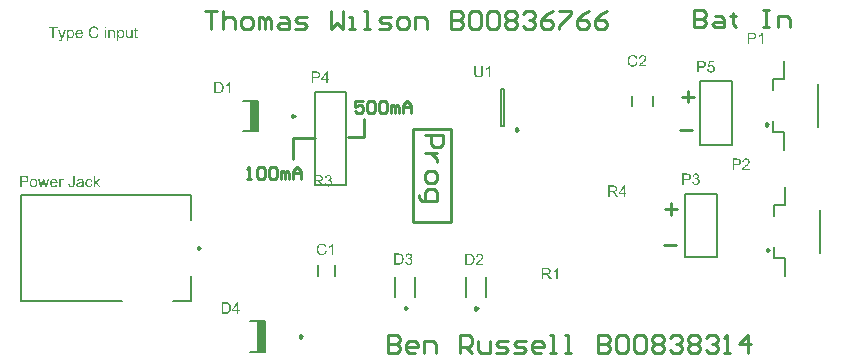
<source format=gto>
%FSTAX23Y23*%
%MOIN*%
%SFA1B1*%

%IPPOS*%
%ADD10C,0.009840*%
%ADD11C,0.010000*%
%ADD12C,0.007870*%
%ADD13R,0.030620X0.102360*%
%LNpcb1_(1)-1*%
%LPD*%
G36*
X01557Y01035D02*
Y01035D01*
Y01035*
Y01034*
Y01034*
X01557Y01034*
Y01033*
X01557Y01032*
X01557Y01032*
X01557Y0103*
X01557Y01029*
X01557Y01027*
X01556Y01027*
X01556Y01026*
Y01026*
X01556Y01026*
X01556Y01026*
X01556Y01025*
X01556Y01025*
X01555Y01024*
X01554Y01023*
X01554Y01022*
X01553Y01021*
X01551Y01021*
X01551*
X01551Y0102*
X01551Y0102*
X01551Y0102*
X01551Y0102*
X0155Y0102*
X0155Y0102*
X01549Y01019*
X01548Y01019*
X01548Y01019*
X01547Y01019*
X01546Y01019*
X01545Y01019*
X01545Y01019*
X01543Y01018*
X01542*
X01542Y01019*
X01541*
X01541Y01019*
X0154Y01019*
X0154Y01019*
X01538Y01019*
X01537Y01019*
X01535Y0102*
X01534Y0102*
X01534*
X01534Y0102*
X01534Y0102*
X01533Y01021*
X01533Y01021*
X01532Y01022*
X01531Y01022*
X01531Y01023*
X0153Y01024*
X01529Y01026*
Y01026*
X01529Y01026*
X01529Y01026*
X01529Y01026*
X01529Y01027*
X01529Y01027*
X01529Y01027*
X01528Y01028*
X01528Y01029*
X01528Y01029*
X01528Y0103*
X01528Y01031*
X01528Y01032*
X01528Y01033*
X01528Y01034*
Y01035*
Y01057*
X01533*
Y01035*
Y01035*
Y01035*
Y01035*
Y01034*
X01533Y01034*
Y01033*
X01533Y01032*
X01533Y01031*
X01533Y0103*
X01533Y01029*
X01533Y01028*
X01534Y01028*
X01534Y01028*
X01534Y01027*
X01534Y01027*
X01534Y01026*
X01535Y01026*
X01535Y01025*
X01536Y01025*
X01537Y01024*
X01537Y01024*
X01537Y01024*
X01538Y01024*
X01538Y01024*
X01539Y01023*
X0154Y01023*
X01541Y01023*
X01542Y01023*
X01543*
X01543Y01023*
X01544*
X01544Y01023*
X01545Y01023*
X01547Y01024*
X01548Y01024*
X01549Y01025*
X0155Y01025*
X0155Y01025*
X0155Y01025*
X0155Y01026*
X0155Y01026*
X0155Y01026*
X01551Y01026*
X01551Y01027*
X01551Y01027*
X01551Y01028*
X01552Y01028*
X01552Y01029*
X01552Y0103*
X01552Y01031*
X01552Y01032*
X01552Y01033*
X01552Y01034*
Y01035*
Y01057*
X01557*
Y01035*
G37*
G36*
X01581Y01019D02*
X01577D01*
Y01049*
X01577Y01049*
X01576Y01048*
X01576Y01048*
X01576Y01048*
X01575Y01047*
X01574Y01047*
X01573Y01046*
X01572Y01045*
X01572*
X01572Y01045*
X01572Y01045*
X01571Y01045*
X01571Y01045*
X0157Y01044*
X01569Y01044*
X01568Y01043*
X01567Y01043*
Y01048*
X01567*
X01568Y01048*
X01568Y01048*
X01568Y01048*
X01568Y01048*
X01569Y01048*
X0157Y01049*
X01571Y01049*
X01572Y0105*
X01573Y01051*
X01574Y01052*
X01574Y01052*
X01574Y01052*
X01574Y01052*
X01575Y01052*
X01575Y01053*
X01576Y01054*
X01577Y01054*
X01577Y01055*
X01578Y01056*
X01578Y01057*
X01581*
Y01019*
G37*
G36*
X00301Y01182D02*
X00297D01*
Y01187*
X00301*
Y01182*
G37*
G36*
X00262Y01188D02*
X00262Y01188D01*
X00263Y01188*
X00263Y01188*
X00264Y01188*
X00266Y01187*
X00267Y01187*
X00268Y01186*
X00269Y01186*
X0027Y01186*
X0027Y01185*
X0027Y01185*
X00271Y01185*
X00271Y01185*
X00271Y01185*
X00271Y01184*
X00272Y01184*
X00272Y01183*
X00272Y01183*
X00273Y01182*
X00273Y01182*
X00274Y01181*
X00274Y0118*
X00275Y0118*
X00275Y01179*
X00275Y01178*
X00276Y01177*
X00271Y01176*
Y01176*
X00271Y01176*
X00271Y01176*
X00271Y01176*
X0027Y01177*
X0027Y01177*
X0027Y01178*
X00269Y01179*
X00269Y0118*
X00268Y01181*
X00267Y01182*
X00267Y01182*
X00267Y01182*
X00266Y01182*
X00265Y01183*
X00264Y01183*
X00263Y01183*
X00262Y01184*
X00261Y01184*
X0026*
X0026Y01184*
X0026*
X00259Y01184*
X00258Y01183*
X00257Y01183*
X00256Y01183*
X00255Y01182*
X00253Y01182*
X00253*
X00253Y01181*
X00253Y01181*
X00252Y01181*
X00252Y0118*
X00251Y01179*
X0025Y01178*
X0025Y01177*
X00249Y01176*
Y01176*
X00249Y01176*
X00249Y01176*
X00249Y01175*
X00249Y01175*
X00249Y01175*
X00249Y01174*
X00249Y01173*
X00248Y01171*
X00248Y0117*
X00248Y01169*
Y01169*
Y01168*
Y01168*
Y01168*
X00248Y01167*
Y01167*
X00248Y01166*
X00248Y01166*
X00248Y01165*
X00249Y01163*
X00249Y01162*
X00249Y0116*
Y0116*
X0025Y0116*
X0025Y0116*
X0025Y0116*
X0025Y01159*
X00251Y01158*
X00251Y01157*
X00252Y01156*
X00253Y01156*
X00254Y01155*
X00254*
X00254Y01155*
X00254Y01155*
X00254Y01155*
X00255Y01154*
X00255Y01154*
X00256Y01154*
X00257Y01154*
X00258Y01153*
X00259Y01153*
X0026Y01153*
X00261*
X00261Y01153*
X00261*
X00262Y01153*
X00263Y01153*
X00264Y01154*
X00265Y01154*
X00266Y01155*
X00267Y01155*
X00267Y01156*
X00267Y01156*
X00268Y01156*
X00268Y01156*
X00268Y01156*
X00268Y01156*
X00268Y01157*
X00269Y01157*
X00269Y01157*
X00269Y01158*
X0027Y01158*
X0027Y01159*
X0027Y0116*
X00271Y0116*
X00271Y01161*
X00271Y01162*
X00271Y01163*
X00276Y01161*
Y01161*
X00276Y01161*
X00276Y01161*
X00276Y0116*
X00276Y0116*
X00276Y01159*
X00275Y01159*
X00275Y01158*
X00274Y01156*
X00273Y01155*
X00273Y01154*
X00272Y01153*
X00272Y01153*
X00271Y01152*
X00271Y01152*
X00271Y01152*
X0027Y01152*
X0027Y01152*
X0027Y01151*
X00269Y01151*
X00269Y01151*
X00268Y0115*
X00267Y0115*
X00266Y0115*
X00266Y0115*
X00265Y01149*
X00264Y01149*
X00263Y01149*
X00262Y01149*
X00261Y01149*
X0026*
X0026Y01149*
X00259*
X00259Y01149*
X00258Y01149*
X00257Y01149*
X00256Y01149*
X00254Y0115*
X00252Y0115*
X00252Y01151*
X00251Y01151*
X00251Y01151*
X00251Y01151*
X0025Y01152*
X0025Y01152*
X0025Y01152*
X00249Y01152*
X00249Y01153*
X00249Y01153*
X00248Y01154*
X00248Y01154*
X00247Y01155*
X00246Y01157*
X00245Y01159*
Y01159*
X00245Y01159*
X00245Y01159*
X00245Y01159*
X00245Y0116*
X00244Y0116*
X00244Y01161*
X00244Y01162*
X00244Y01162*
X00244Y01163*
X00243Y01165*
X00243Y01167*
X00243Y01169*
Y01169*
Y01169*
Y01169*
X00243Y0117*
Y0117*
X00243Y01171*
X00243Y01171*
X00243Y01172*
X00244Y01174*
X00244Y01175*
X00244Y01177*
X00245Y01179*
X00245Y01179*
X00245Y01179*
X00245Y01179*
X00246Y0118*
X00246Y0118*
X00246Y0118*
X00247Y01181*
X00248Y01183*
X00249Y01184*
X0025Y01185*
X00252Y01186*
X00252Y01186*
X00252Y01186*
X00252Y01186*
X00252Y01186*
X00253Y01186*
X00253Y01186*
X00254Y01187*
X00254Y01187*
X00255Y01187*
X00256Y01187*
X00257Y01188*
X00259Y01188*
X00261Y01188*
X00261*
X00262Y01188*
G37*
G36*
X00351Y01177D02*
X00351Y01177D01*
X00352Y01177*
X00353Y01177*
X00354Y01177*
X00355Y01176*
X00356Y01176*
X00356*
X00356Y01176*
X00357Y01175*
X00357Y01175*
X00358Y01174*
X00358Y01174*
X00359Y01173*
X0036Y01172*
X0036Y01171*
Y01171*
X0036Y0117*
X0036Y0117*
X0036Y0117*
X0036Y0117*
X00361Y01169*
X00361Y01168*
X00361Y01167*
X00361Y01166*
X00361Y01165*
X00362Y01163*
Y01163*
Y01163*
Y01163*
Y01163*
X00361Y01162*
Y01162*
X00361Y01161*
X00361Y0116*
X00361Y01158*
X00361Y01157*
X0036Y01156*
Y01156*
X0036Y01156*
X0036Y01155*
X0036Y01155*
X00359Y01155*
X00359Y01154*
X00358Y01153*
X00357Y01152*
X00357Y01151*
X00356Y01151*
X00356*
X00355Y01151*
X00355Y0115*
X00355Y0115*
X00355Y0115*
X00354Y0115*
X00353Y01149*
X00352Y01149*
X00351Y01149*
X0035Y01149*
X00349*
X00349Y01149*
X00348Y01149*
X00348Y01149*
X00347Y01149*
X00346Y0115*
X00345Y0115*
X00345Y0115*
X00345Y0115*
X00345Y0115*
X00344Y01151*
X00344Y01151*
X00343Y01151*
X00343Y01152*
X00342Y01152*
Y01139*
X00338*
Y01177*
X00342*
Y01173*
X00342Y01173*
X00342Y01174*
X00343Y01174*
X00343Y01174*
X00343Y01175*
X00344Y01175*
X00345Y01176*
X00345Y01176*
X00345Y01176*
X00346Y01177*
X00346Y01177*
X00347Y01177*
X00347Y01177*
X00348Y01177*
X00349Y01177*
X0035Y01178*
X00351*
X00351Y01177*
G37*
G36*
X00183D02*
X00184Y01177D01*
X00185Y01177*
X00186Y01177*
X00187Y01177*
X00188Y01176*
X00189Y01176*
X00189*
X00189Y01176*
X00189Y01175*
X0019Y01175*
X0019Y01174*
X00191Y01174*
X00192Y01173*
X00192Y01172*
X00193Y01171*
Y01171*
X00193Y0117*
X00193Y0117*
X00193Y0117*
X00193Y0117*
X00193Y01169*
X00193Y01168*
X00194Y01167*
X00194Y01166*
X00194Y01165*
X00194Y01163*
Y01163*
Y01163*
Y01163*
Y01163*
X00194Y01162*
Y01162*
X00194Y01161*
X00194Y0116*
X00194Y01158*
X00193Y01157*
X00193Y01156*
Y01156*
X00193Y01156*
X00192Y01155*
X00192Y01155*
X00192Y01155*
X00192Y01154*
X00191Y01153*
X0019Y01152*
X00189Y01151*
X00188Y01151*
X00188*
X00188Y01151*
X00188Y0115*
X00188Y0115*
X00187Y0115*
X00186Y0115*
X00186Y01149*
X00185Y01149*
X00183Y01149*
X00182Y01149*
X00182*
X00181Y01149*
X00181Y01149*
X0018Y01149*
X0018Y01149*
X00179Y0115*
X00178Y0115*
X00178Y0115*
X00178Y0115*
X00177Y0115*
X00177Y01151*
X00177Y01151*
X00176Y01151*
X00176Y01152*
X00175Y01152*
Y01139*
X0017*
Y01177*
X00175*
Y01173*
X00175Y01173*
X00175Y01174*
X00175Y01174*
X00176Y01174*
X00176Y01175*
X00177Y01175*
X00177Y01176*
X00178Y01176*
X00178Y01176*
X00178Y01177*
X00179Y01177*
X00179Y01177*
X0018Y01177*
X00181Y01177*
X00182Y01177*
X00183Y01178*
X00183*
X00183Y01177*
G37*
G36*
X00322D02*
X00323Y01177D01*
X00323Y01177*
X00324Y01177*
X00325Y01177*
X00326Y01177*
X00326Y01177*
X00326Y01176*
X00326Y01176*
X00327Y01176*
X00327Y01176*
X00328Y01175*
X00328Y01175*
X00329Y01174*
X00329Y01174*
X00329Y01174*
X00329Y01174*
X00329Y01173*
X0033Y01173*
X0033Y01172*
X0033Y01172*
X0033Y01171*
Y01171*
X0033Y01171*
X0033Y0117*
X00331Y0117*
Y01169*
X00331Y01168*
X00331Y01167*
Y01166*
Y0115*
X00326*
Y01166*
Y01166*
Y01166*
Y01167*
Y01167*
X00326Y01168*
X00326Y01168*
X00326Y01169*
X00326Y0117*
X00325Y0117*
Y0117*
X00325Y01171*
X00325Y01171*
X00325Y01171*
X00325Y01172*
X00324Y01172*
X00324Y01172*
X00323Y01173*
X00323Y01173*
X00323Y01173*
X00323Y01173*
X00323Y01173*
X00322Y01173*
X00322Y01173*
X00321Y01173*
X0032Y01173*
X0032*
X0032Y01173*
X00319Y01173*
X00319Y01173*
X00318Y01173*
X00317Y01173*
X00316Y01172*
X00315Y01172*
X00315Y01171*
X00315Y01171*
X00315Y01171*
X00315Y01171*
X00314Y0117*
X00314Y0117*
X00314Y0117*
X00314Y01169*
X00314Y01168*
X00313Y01168*
X00313Y01167*
X00313Y01166*
X00313Y01165*
Y01164*
Y0115*
X00308*
Y01177*
X00313*
Y01173*
X00313Y01173*
X00313Y01173*
X00313Y01173*
X00313Y01174*
X00313Y01174*
X00314Y01174*
X00314Y01175*
X00315Y01175*
X00315Y01176*
X00316Y01176*
X00317Y01176*
X00317Y01177*
X00318Y01177*
X00319Y01177*
X0032Y01177*
X00321Y01178*
X00322*
X00322Y01177*
G37*
G36*
X00156Y01149D02*
Y01149D01*
X00156Y01149*
X00156Y01149*
X00156Y01148*
X00156Y01148*
X00155Y01148*
X00155Y01147*
X00155Y01146*
X00154Y01145*
X00154Y01144*
X00154Y01143*
X00153Y01143*
X00153Y01143*
X00153Y01142*
X00153Y01142*
X00153Y01142*
X00152Y01141*
X00152Y0114*
X00151Y0114*
X00151Y0114*
X00151Y01139*
X0015Y01139*
X0015Y01139*
X00149Y01139*
X00149Y01139*
X00148Y01139*
X00148Y01138*
X00147Y01138*
X00147*
X00146Y01138*
X00146*
X00145Y01139*
X00145Y01139*
X00144Y01139*
X00144Y01139*
X00143Y01143*
X00143*
X00144Y01143*
X00144Y01143*
X00144Y01143*
X00145Y01143*
X00146Y01143*
X00146*
X00146Y01143*
X00147*
X00148Y01143*
X00148Y01143*
X00148Y01143*
X00148*
X00149Y01144*
X00149Y01144*
X00149Y01144*
X00149Y01144*
X0015Y01145*
Y01145*
X0015Y01145*
X0015Y01145*
X0015Y01146*
X0015Y01146*
X00151Y01147*
X00151Y01147*
X00151Y01148*
Y01148*
X00151Y01149*
X00151Y01149*
X00152Y0115*
X00141Y01177*
X00146*
X00152Y01161*
Y01161*
X00152Y01161*
X00152Y01161*
X00152Y0116*
X00152Y0116*
X00152Y0116*
X00153Y01159*
X00153Y01158*
X00153Y01157*
X00154Y01156*
X00154Y01155*
Y01155*
X00154Y01155*
X00154Y01155*
X00154Y01155*
X00154Y01156*
X00154Y01156*
X00154Y01157*
X00155Y01158*
X00155Y01159*
X00155Y0116*
X00156Y01161*
X00162Y01177*
X00166*
X00156Y01149*
G37*
G36*
X00389Y0115D02*
X00385D01*
Y01153*
X00385Y01153*
X00385Y01153*
X00385Y01153*
X00385Y01153*
X00384Y01152*
X00384Y01152*
X00383Y01152*
X00383Y01151*
X00382Y01151*
X00382Y0115*
X00381Y0115*
X0038Y0115*
X00379Y01149*
X00378Y01149*
X00377Y01149*
X00376Y01149*
X00376*
X00376Y01149*
X00375Y01149*
X00374Y01149*
X00373Y01149*
X00373Y0115*
X00372Y0115*
X00372Y0115*
X00372Y0115*
X00371Y0115*
X00371Y0115*
X0037Y01151*
X0037Y01151*
X00369Y01152*
X00369Y01152*
X00369Y01152*
X00369Y01152*
X00368Y01153*
X00368Y01153*
X00368Y01154*
X00368Y01154*
X00367Y01155*
X00367Y01156*
Y01156*
X00367Y01156*
X00367Y01156*
Y01157*
X00367Y01157*
X00367Y01158*
X00367Y01159*
Y0116*
Y01177*
X00372*
Y01162*
Y01162*
Y01162*
Y01161*
Y01161*
Y0116*
X00372Y0116*
Y01159*
X00372Y01158*
X00372Y01157*
X00372Y01157*
Y01157*
X00372Y01156*
X00372Y01156*
X00372Y01156*
X00373Y01155*
X00373Y01155*
X00373Y01154*
X00374Y01154*
X00374Y01154*
X00374Y01154*
X00374Y01154*
X00375Y01153*
X00375Y01153*
X00376Y01153*
X00377Y01153*
X00377Y01153*
X00378*
X00378Y01153*
X00379Y01153*
X00379Y01153*
X0038Y01153*
X00381Y01154*
X00381Y01154*
X00381Y01154*
X00382Y01154*
X00382Y01154*
X00382Y01155*
X00383Y01155*
X00383Y01156*
X00384Y01156*
X00384Y01157*
X00384Y01157*
X00384Y01157*
X00384Y01158*
X00384Y01158*
X00384Y01159*
X00385Y0116*
X00385Y01161*
X00385Y01162*
Y01177*
X00389*
Y0115*
G37*
G36*
X00301D02*
X00297D01*
Y01177*
X00301*
Y0115*
G37*
G36*
X00139Y01183D02*
X00127D01*
Y0115*
X00122*
Y01183*
X0011*
Y01187*
X00139*
Y01183*
G37*
G36*
X00402Y01177D02*
X00407D01*
Y01173*
X00402*
Y01157*
Y01157*
Y01157*
Y01157*
X00402Y01156*
X00402Y01155*
X00402Y01155*
X00402Y01155*
X00402Y01155*
X00402Y01154*
X00403Y01154*
X00403Y01154*
X00403Y01154*
X00403Y01154*
X00404Y01153*
X00405Y01153*
X00405*
X00405Y01153*
X00406*
X00406Y01154*
X00407Y01154*
X00407Y0115*
X00407*
X00407Y01149*
X00407Y01149*
X00406Y01149*
X00405Y01149*
X00405Y01149*
X00404Y01149*
X00403*
X00403Y01149*
X00402Y01149*
X00402Y01149*
X00401Y01149*
X004Y0115*
X004Y0115*
X004Y0115*
X004Y0115*
X00399Y0115*
X00399Y0115*
X00399Y01151*
X00398Y01151*
X00398Y01152*
X00398Y01152*
Y01152*
X00398Y01152*
X00398Y01153*
X00398Y01153*
X00397Y01154*
X00397Y01154*
Y01155*
X00397Y01155*
X00397Y01156*
Y01157*
Y01157*
Y01173*
X00394*
Y01177*
X00397*
Y01184*
X00402Y01186*
Y01177*
G37*
G36*
X00212Y01177D02*
X00212Y01177D01*
X00213Y01177*
X00214Y01177*
X00214Y01177*
X00215Y01177*
X00216Y01177*
X00216Y01176*
X00217Y01176*
X00218Y01175*
X00219Y01175*
X00219Y01174*
X0022Y01174*
X0022Y01174*
X0022Y01174*
X0022Y01173*
X00221Y01173*
X00221Y01173*
X00221Y01172*
X00221Y01172*
X00222Y01171*
X00222Y0117*
X00222Y0117*
X00223Y01169*
X00223Y01168*
X00223Y01167*
X00223Y01166*
X00223Y01164*
X00224Y01163*
Y01163*
Y01163*
Y01163*
X00223Y01162*
X00203*
Y01162*
Y01162*
X00203Y01162*
Y01161*
X00203Y01161*
X00203Y0116*
X00203Y01159*
X00204Y01158*
X00204Y01157*
X00205Y01156*
X00205Y01155*
X00206*
X00206Y01155*
X00206Y01155*
X00206Y01154*
X00207Y01154*
X00208Y01153*
X00209Y01153*
X0021Y01153*
X00211Y01153*
X00211Y01153*
X00212*
X00212Y01153*
X00213Y01153*
X00213Y01153*
X00214Y01153*
X00215Y01154*
X00216Y01154*
X00216Y01154*
X00216Y01154*
X00216Y01155*
X00217Y01155*
X00217Y01156*
X00218Y01156*
X00218Y01157*
X00219Y01158*
X00223Y01158*
Y01158*
X00223Y01158*
X00223Y01157*
X00223Y01157*
X00223Y01157*
X00223Y01156*
X00222Y01155*
X00222Y01154*
X00221Y01153*
X0022Y01152*
X00219Y01151*
X00219*
X00219Y01151*
X00219Y01151*
X00219Y01151*
X00218Y01151*
X00218Y0115*
X00217Y0115*
X00217Y0115*
X00216Y0115*
X00216Y0115*
X00215Y01149*
X00213Y01149*
X00211Y01149*
X00211*
X0021Y01149*
X0021Y01149*
X00209Y01149*
X00209Y01149*
X00208Y01149*
X00206Y0115*
X00205Y0115*
X00205Y0115*
X00204Y01151*
X00203Y01151*
X00202Y01152*
X00202Y01153*
X00202Y01153*
X00202Y01153*
X00201Y01153*
X00201Y01153*
X00201Y01154*
X00201Y01154*
X002Y01155*
X002Y01155*
X002Y01156*
X00199Y01157*
X00199Y01158*
X00199Y01159*
X00199Y01159*
X00198Y01161*
X00198Y01162*
X00198Y01163*
Y01163*
Y01163*
Y01164*
X00198Y01164*
X00198Y01165*
X00198Y01165*
X00199Y01166*
X00199Y01167*
X00199Y01169*
X00199Y01169*
X002Y0117*
X002Y01171*
X00201Y01172*
X00201Y01173*
X00202Y01174*
X00202Y01174*
X00202Y01174*
X00202Y01174*
X00202Y01174*
X00203Y01175*
X00203Y01175*
X00204Y01175*
X00204Y01176*
X00205Y01176*
X00206Y01176*
X00206Y01177*
X00207Y01177*
X00208Y01177*
X00209Y01177*
X0021Y01177*
X00211Y01178*
X00212*
X00212Y01177*
G37*
G36*
X0203Y00633D02*
X02035D01*
Y00629*
X0203*
Y0062*
X02026*
Y00629*
X02009*
Y00633*
X02026Y00658*
X0203*
Y00633*
G37*
G36*
X01992Y00658D02*
X01993D01*
X01994Y00658*
X01995Y00657*
X01997Y00657*
X01998Y00657*
X01998Y00657*
X01999Y00657*
X01999*
X01999Y00657*
X01999Y00656*
X02Y00656*
X02Y00656*
X02001Y00655*
X02002Y00655*
X02002Y00654*
X02003Y00653*
Y00653*
X02003Y00653*
X02003Y00653*
X02004Y00652*
X02004Y00651*
X02004Y00651*
X02004Y0065*
X02005Y00649*
X02005Y00647*
Y00647*
Y00647*
Y00647*
X02005Y00647*
Y00646*
X02005Y00646*
X02004Y00645*
X02004Y00644*
X02004Y00643*
X02003Y00642*
X02003Y00641*
X02002Y00641*
X02002Y0064*
X02002Y0064*
X02002Y0064*
X02002Y0064*
X02001Y0064*
X02001Y0064*
X02001Y00639*
X02Y00639*
X02Y00639*
X01999Y00639*
X01998Y00638*
X01998Y00638*
X01997Y00638*
X01996Y00637*
X01995Y00637*
X01994Y00637*
X01994Y00637*
X01994Y00637*
X01995Y00637*
X01995Y00637*
X01996Y00636*
X01997Y00636*
X01997Y00635*
X01997Y00635*
X01997Y00635*
X01998Y00634*
X01998Y00634*
X01999Y00633*
X02Y00632*
X02Y00631*
X02001Y0063*
X02008Y0062*
X02001*
X01997Y00628*
Y00628*
X01996Y00628*
X01996Y00628*
X01996Y00628*
X01996Y00629*
X01995Y0063*
X01995Y00631*
X01994Y00631*
X01993Y00632*
X01993Y00633*
X01993Y00633*
X01993Y00633*
X01992Y00634*
X01992Y00634*
X01991Y00635*
X01991Y00635*
X0199Y00635*
X0199Y00636*
X0199Y00636*
X0199Y00636*
X0199Y00636*
X01989Y00636*
X01989Y00636*
X01988Y00636*
X01988*
X01988Y00637*
X01988*
X01987Y00637*
X01987Y00637*
X01987*
X01986Y00637*
X0198*
Y0062*
X01975*
Y00658*
X01992*
X01992Y00658*
G37*
G36*
X01043Y00693D02*
X01043Y00693D01*
X01044Y00692*
X01045Y00692*
X01046Y00692*
X01047Y00691*
X01047*
X01047Y00691*
X01048Y00691*
X01048Y00691*
X01049Y0069*
X01049Y0069*
X0105Y00689*
X01051Y00689*
X01051Y00688*
X01051Y00688*
X01051Y00687*
X01052Y00687*
X01052Y00686*
X01052Y00686*
X01052Y00685*
X01053Y00684*
X01053Y00683*
Y00683*
Y00682*
X01053Y00682*
X01052Y00681*
X01052Y00681*
X01052Y0068*
X01052Y00679*
X01051Y00678*
X01051Y00678*
X01051Y00678*
X01051Y00678*
X0105Y00677*
X0105Y00677*
X01049Y00676*
X01048Y00676*
X01047Y00675*
X01047*
X01048Y00675*
X01048Y00675*
X01048Y00675*
X01048Y00675*
X01049Y00675*
X0105Y00674*
X01051Y00674*
X01052Y00673*
X01053Y00672*
X01053Y00672*
X01053Y00672*
X01053Y00671*
X01054Y0067*
X01054Y00669*
X01054Y00668*
X01054Y00667*
X01054Y00666*
Y00666*
Y00666*
Y00665*
X01054Y00665*
X01054Y00665*
X01054Y00664*
X01054Y00664*
X01054Y00663*
X01054Y00662*
X01053Y00661*
X01053Y0066*
X01052Y0066*
X01052Y00659*
X01051Y00658*
X01051Y00658*
X01051Y00658*
X01051Y00657*
X0105Y00657*
X0105Y00657*
X0105Y00657*
X01049Y00656*
X01049Y00656*
X01048Y00656*
X01048Y00656*
X01047Y00655*
X01046Y00655*
X01045Y00655*
X01045Y00654*
X01044Y00654*
X01043Y00654*
X01042Y00654*
X01041*
X01041Y00654*
X0104Y00654*
X0104Y00654*
X01039Y00654*
X01039Y00655*
X01037Y00655*
X01036Y00655*
X01035Y00656*
X01035Y00656*
X01034Y00657*
X01033Y00657*
X01033Y00657*
X01033Y00657*
X01033Y00657*
X01033Y00658*
X01033Y00658*
X01032Y00658*
X01032Y00659*
X01032Y00659*
X01031Y0066*
X01031Y0066*
X0103Y00662*
X0103Y00663*
X0103Y00664*
X0103Y00665*
X01034Y00665*
Y00665*
X01034Y00665*
X01034Y00665*
X01035Y00665*
X01035Y00664*
X01035Y00664*
X01035Y00663*
X01035Y00662*
X01036Y00661*
X01036Y0066*
X01037Y0066*
X01037Y0066*
X01037Y00659*
X01038Y00659*
X01038Y00659*
X01039Y00659*
X0104Y00658*
X01041Y00658*
X01042Y00658*
X01042*
X01042Y00658*
X01043Y00658*
X01044Y00658*
X01045Y00659*
X01045Y00659*
X01046Y00659*
X01047Y0066*
X01047Y0066*
X01048Y00661*
X01048Y00661*
X01048Y00662*
X01049Y00663*
X01049Y00664*
X01049Y00665*
X0105Y00666*
Y00666*
Y00666*
Y00666*
X01049Y00666*
X01049Y00667*
X01049Y00668*
X01049Y00669*
X01049Y00669*
X01048Y0067*
X01047Y00671*
X01047Y00671*
X01047Y00671*
X01047Y00672*
X01046Y00672*
X01045Y00673*
X01044Y00673*
X01043Y00673*
X01042Y00673*
X01042*
X01041Y00673*
X01041Y00673*
X0104Y00673*
X0104Y00673*
X01039Y00673*
X01039Y00677*
X0104*
X0104Y00677*
X01041*
X01041Y00677*
X01042Y00677*
X01043Y00677*
X01044Y00677*
X01045Y00678*
X01045Y00678*
X01045*
X01046Y00678*
X01046Y00679*
X01046Y00679*
X01047Y00679*
X01047Y0068*
X01047Y00681*
X01048Y00682*
X01048Y00682*
Y00683*
Y00683*
Y00683*
Y00683*
X01048Y00684*
X01048Y00685*
X01047Y00685*
X01047Y00686*
X01047Y00687*
X01046Y00687*
X01046Y00687*
X01046Y00688*
X01045Y00688*
X01045Y00688*
X01044Y00688*
X01043Y00689*
X01043Y00689*
X01042Y00689*
X01041*
X01041Y00689*
X0104Y00689*
X01039Y00688*
X01039Y00688*
X01038Y00688*
X01037Y00687*
X01037Y00687*
X01037Y00687*
X01037Y00687*
X01036Y00686*
X01036Y00685*
X01035Y00684*
X01035Y00683*
X01035Y00682*
X0103Y00683*
Y00683*
X0103Y00683*
X0103Y00683*
X0103Y00684*
X0103Y00684*
X01031Y00685*
X01031Y00686*
X01032Y00687*
X01032Y00688*
X01033Y00689*
X01034Y0069*
X01034Y0069*
X01034Y0069*
X01034Y0069*
X01035Y00691*
X01035Y00691*
X01035Y00691*
X01036Y00691*
X01036Y00691*
X01037Y00692*
X01038Y00692*
X0104Y00693*
X01041Y00693*
X01042*
X01043Y00693*
G37*
G36*
X01011Y00693D02*
X01012D01*
X01013Y00692*
X01014Y00692*
X01016Y00692*
X01017Y00692*
X01017Y00692*
X01018Y00692*
X01018*
X01018Y00691*
X01018Y00691*
X01019Y00691*
X01019Y00691*
X0102Y0069*
X01021Y0069*
X01021Y00689*
X01022Y00688*
Y00688*
X01022Y00688*
X01022Y00688*
X01023Y00687*
X01023Y00686*
X01023Y00685*
X01023Y00684*
X01024Y00683*
X01024Y00682*
Y00682*
Y00682*
Y00682*
X01024Y00682*
Y00681*
X01024Y00681*
X01023Y0068*
X01023Y00679*
X01023Y00678*
X01022Y00677*
X01022Y00676*
X01021Y00675*
X01021Y00675*
X01021Y00675*
X01021Y00675*
X01021Y00675*
X0102Y00675*
X0102Y00675*
X0102Y00674*
X01019Y00674*
X01019Y00674*
X01018Y00673*
X01017Y00673*
X01017Y00673*
X01016Y00673*
X01015Y00672*
X01014Y00672*
X01013Y00672*
X01013Y00672*
X01013Y00672*
X01014Y00672*
X01014Y00671*
X01015Y00671*
X01016Y0067*
X01016Y0067*
X01016Y0067*
X01016Y0067*
X01017Y00669*
X01017Y00669*
X01018Y00668*
X01019Y00667*
X01019Y00666*
X0102Y00665*
X01027Y00655*
X0102*
X01016Y00663*
Y00663*
X01015Y00663*
X01015Y00663*
X01015Y00663*
X01015Y00664*
X01014Y00665*
X01014Y00665*
X01013Y00666*
X01012Y00667*
X01012Y00668*
X01012Y00668*
X01012Y00668*
X01011Y00668*
X01011Y00669*
X0101Y0067*
X0101Y0067*
X01009Y0067*
X01009Y0067*
X01009Y0067*
X01009Y00671*
X01009Y00671*
X01008Y00671*
X01008Y00671*
X01007Y00671*
X01007*
X01007Y00671*
X01007*
X01006Y00671*
X01006Y00672*
X01006*
X01005Y00672*
X00999*
Y00655*
X00994*
Y00693*
X01011*
X01011Y00693*
G37*
G36*
X01807Y00345D02*
X01802D01*
Y00374*
X01802Y00374*
X01802Y00374*
X01801Y00373*
X01801Y00373*
X018Y00373*
X01799Y00372*
X01798Y00371*
X01797Y00371*
X01797*
X01797Y00371*
X01797Y00371*
X01796Y0037*
X01796Y0037*
X01795Y0037*
X01794Y00369*
X01793Y00369*
X01793Y00368*
Y00373*
X01793*
X01793Y00373*
X01793Y00373*
X01793Y00373*
X01794Y00373*
X01794Y00374*
X01795Y00374*
X01796Y00375*
X01797Y00376*
X01798Y00376*
X01799Y00377*
X01799Y00377*
X01799Y00377*
X018Y00378*
X018Y00378*
X018Y00378*
X01801Y00379*
X01802Y0038*
X01802Y00381*
X01803Y00382*
X01804Y00382*
X01807*
Y00345*
G37*
G36*
X01771Y00382D02*
X01771D01*
X01773Y00382*
X01774Y00382*
X01775Y00382*
X01776Y00382*
X01777Y00381*
X01777Y00381*
X01777*
X01777Y00381*
X01778Y00381*
X01778Y00381*
X01779Y0038*
X0178Y0038*
X0178Y00379*
X01781Y00379*
X01782Y00378*
Y00378*
X01782Y00378*
X01782Y00377*
X01782Y00377*
X01782Y00376*
X01783Y00375*
X01783Y00374*
X01783Y00373*
X01783Y00372*
Y00372*
Y00372*
Y00372*
X01783Y00371*
Y00371*
X01783Y00371*
X01783Y0037*
X01782Y00369*
X01782Y00367*
X01781Y00366*
X01781Y00366*
X0178Y00365*
X0178Y00365*
X0178Y00365*
X0178Y00365*
X0178Y00365*
X0178Y00364*
X01779Y00364*
X01779Y00364*
X01779Y00364*
X01778Y00363*
X01777Y00363*
X01777Y00363*
X01776Y00363*
X01775Y00362*
X01774Y00362*
X01773Y00362*
X01772Y00362*
X01773Y00362*
X01773Y00362*
X01773Y00361*
X01774Y00361*
X01775Y00361*
X01775Y0036*
X01775Y0036*
X01776Y0036*
X01776Y00359*
X01776Y00359*
X01777Y00358*
X01777Y00358*
X01778Y00357*
X01779Y00356*
X0178Y00355*
X01786Y00345*
X0178*
X01775Y00352*
Y00352*
X01775Y00353*
X01775Y00353*
X01775Y00353*
X01774Y00354*
X01774Y00354*
X01773Y00355*
X01772Y00356*
X01772Y00357*
X01771Y00358*
X01771Y00358*
X01771Y00358*
X01771Y00358*
X0177Y00359*
X0177Y00359*
X01769Y0036*
X01769Y0036*
X01769Y0036*
X01769Y0036*
X01768Y0036*
X01768Y0036*
X01768Y00361*
X01767Y00361*
X01766Y00361*
X01766*
X01766Y00361*
X01766*
X01766Y00361*
X01765Y00361*
X01765*
X01764Y00361*
X01758*
Y00345*
X01753*
Y00382*
X0177*
X01771Y00382*
G37*
G36*
X00156Y0068D02*
X00157Y0068D01*
X00157Y0068*
X00158Y0068*
X00159Y00679*
X0016Y00679*
X00158Y00675*
X00158Y00675*
X00158Y00675*
X00157Y00675*
X00157Y00675*
X00157Y00675*
X00156Y00676*
X00155Y00676*
X00155Y00676*
X00154*
X00154Y00676*
X00154Y00676*
X00153Y00675*
X00153Y00675*
X00152Y00675*
X00152Y00675*
X00152Y00675*
X00152Y00675*
X00152Y00674*
X00151Y00674*
X00151Y00674*
X00151Y00673*
X00151Y00673*
X0015Y00672*
X0015Y00672*
X0015Y00672*
X0015Y00671*
X0015Y00671*
X0015Y0067*
X0015Y00669*
X0015Y00668*
X0015Y00667*
Y00653*
X00145*
Y0068*
X00149*
Y00676*
X00149Y00676*
X00149Y00676*
X0015Y00677*
X0015Y00677*
X00151Y00678*
X00151Y00679*
X00152Y00679*
X00152Y0068*
X00152Y0068*
X00152Y0068*
X00153Y0068*
X00153Y0068*
X00153Y0068*
X00154Y0068*
X00154Y0068*
X00155Y00681*
X00155*
X00156Y0068*
G37*
G36*
X00245D02*
X00245D01*
X00246Y0068*
X00247Y0068*
X00248Y0068*
X00249Y0068*
X0025Y00679*
X00251Y00678*
X00251*
X00252Y00678*
X00252Y00678*
X00252Y00677*
X00253Y00677*
X00254Y00676*
X00254Y00675*
X00255Y00673*
X00255Y00672*
X00251Y00671*
Y00671*
X0025Y00671*
X0025Y00672*
X0025Y00672*
X0025Y00673*
X0025Y00673*
X00249Y00674*
X00249Y00675*
X00248Y00675*
X00248Y00675*
X00248Y00675*
X00248Y00676*
X00247Y00676*
X00247Y00676*
X00246Y00676*
X00245Y00677*
X00244Y00677*
X00244*
X00244Y00677*
X00243Y00677*
X00242Y00676*
X00241Y00676*
X0024Y00676*
X00239Y00675*
X00239Y00675*
X00239Y00674*
Y00674*
X00239Y00674*
X00238Y00674*
X00238Y00674*
X00238Y00673*
X00238Y00673*
X00238Y00673*
X00238Y00672*
X00237Y00672*
X00237Y00671*
X00237Y0067*
X00237Y0067*
X00237Y00669*
X00237Y00668*
X00236Y00667*
Y00666*
Y00666*
Y00666*
Y00666*
X00236Y00665*
Y00665*
X00237Y00664*
X00237Y00663*
X00237Y00662*
X00237Y0066*
X00238Y00659*
X00238Y00659*
X00239Y00658*
X00239Y00658*
X00239Y00658*
X00239Y00657*
X0024Y00657*
X00241Y00656*
X00242Y00656*
X00243Y00656*
X00243Y00656*
X00244Y00656*
X00244*
X00244Y00656*
X00245Y00656*
X00246Y00656*
X00246Y00656*
X00247Y00656*
X00248Y00657*
X00249Y00657*
X00249Y00657*
X00249Y00658*
X00249Y00658*
X0025Y00659*
X0025Y00659*
X0025Y0066*
X00251Y00661*
X00251Y00663*
X00255Y00662*
Y00662*
X00255Y00662*
X00255Y00662*
X00255Y00661*
X00255Y00661*
X00255Y0066*
X00255Y00659*
X00254Y00658*
X00254Y00657*
X00253Y00656*
X00252Y00655*
X00252Y00655*
X00252Y00654*
X00251Y00654*
X00251Y00654*
X00251Y00654*
X00251Y00654*
X0025Y00654*
X0025Y00653*
X0025Y00653*
X00248Y00653*
X00247Y00652*
X00246Y00652*
X00245Y00652*
X00244Y00652*
X00244*
X00243Y00652*
X00243Y00652*
X00242Y00652*
X00242Y00652*
X00241Y00652*
X00239Y00653*
X00239Y00653*
X00238Y00653*
X00237Y00654*
X00236Y00654*
X00236Y00655*
X00235Y00656*
X00235Y00656*
X00235Y00656*
X00235Y00656*
X00235Y00656*
X00234Y00657*
X00234Y00657*
X00234Y00658*
X00233Y00658*
X00233Y00659*
X00233Y0066*
X00232Y00661*
X00232Y00662*
X00232Y00663*
X00232Y00664*
X00232Y00665*
X00232Y00666*
Y00666*
Y00666*
Y00667*
Y00667*
X00232Y00667*
Y00668*
X00232Y00668*
X00232Y00669*
X00232Y0067*
X00232Y00671*
X00233Y00673*
X00233Y00674*
Y00674*
X00233Y00674*
X00233Y00674*
X00233Y00674*
X00234Y00675*
X00234Y00676*
X00235Y00677*
X00236Y00677*
X00237Y00678*
X00238Y00679*
X00238*
X00238Y00679*
X00238Y00679*
X00238Y00679*
X00238Y00679*
X00239Y00679*
X0024Y0068*
X0024Y0068*
X00242Y0068*
X00243Y0068*
X00244Y00681*
X00245*
X00245Y0068*
G37*
G36*
X00103Y00653D02*
X00098D01*
X00094Y00669*
X00093Y00674*
X00087Y00653*
X00082*
X00074Y0068*
X00079*
X00083Y00664*
X00085Y00658*
Y00658*
X00085Y00658*
X00085Y00659*
X00085Y00659*
X00085Y00659*
X00085Y00659*
X00085Y0066*
X00085Y0066*
X00086Y00661*
X00086Y00661*
X00086Y00662*
X00086Y00663*
X00086Y00664*
X00091Y0068*
X00095*
X001Y00664*
X00101Y00659*
X00102Y00664*
X00107Y0068*
X00112*
X00103Y00653*
G37*
G36*
X00196Y00665D02*
Y00664D01*
Y00664*
Y00664*
Y00664*
X00196Y00663*
Y00663*
X00196Y00662*
X00196Y00661*
X00196Y00659*
X00195Y00658*
X00195Y00657*
Y00657*
X00195Y00657*
X00195Y00657*
X00194Y00656*
X00194Y00656*
X00193Y00655*
X00193Y00654*
X00192Y00654*
X00191Y00653*
X00191Y00653*
X00191Y00653*
X0019Y00653*
X0019Y00653*
X00189Y00652*
X00188Y00652*
X00187Y00652*
X00185Y00652*
X00185*
X00185Y00652*
X00184Y00652*
X00184Y00652*
X00183Y00652*
X00181Y00653*
X0018Y00653*
X00179Y00653*
X00179Y00654*
X00178Y00654*
X00178Y00655*
X00178Y00655*
X00178Y00655*
X00178Y00655*
X00177Y00655*
X00177Y00656*
X00177Y00656*
X00177Y00656*
X00176Y00657*
X00176Y00657*
X00176Y00658*
X00176Y00659*
X00176Y00659*
X00176Y0066*
X00175Y00661*
X00175Y00662*
Y00663*
X0018Y00664*
Y00664*
Y00664*
Y00663*
X0018Y00663*
X0018Y00663*
Y00662*
X0018Y00661*
X0018Y0066*
X00181Y00659*
X00181Y00659*
X00181Y00658*
X00181Y00658*
X00181Y00658*
X00182Y00658*
X00182Y00657*
X00182Y00657*
X00183Y00657*
X00184Y00657*
X00185Y00656*
X00185Y00656*
X00186*
X00186Y00656*
X00187Y00656*
X00187Y00657*
X00188Y00657*
X00188Y00657*
X00189Y00657*
X00189Y00657*
X00189Y00657*
X00189Y00658*
X00189Y00658*
X0019Y00658*
X0019Y00659*
X0019Y00659*
X00191Y00659*
Y0066*
X00191Y0066*
X00191Y0066*
X00191Y00661*
X00191Y00661*
X00191Y00662*
X00191Y00663*
Y00664*
Y0069*
X00196*
Y00665*
G37*
G36*
X00264Y00669D02*
X00275Y0068D01*
X00281*
X00271Y0067*
X00282Y00653*
X00276*
X00267Y00666*
X00264Y00663*
Y00653*
X00259*
Y0069*
X00264*
Y00669*
G37*
G36*
X00216Y0068D02*
X00217Y0068D01*
X00218Y0068*
X00219Y0068*
X0022Y0068*
X00221Y0068*
X00221Y0068*
X00221Y00679*
X00222Y00679*
X00222Y00679*
X00223Y00679*
X00223Y00678*
X00224Y00678*
X00224Y00678*
X00224Y00678*
X00224Y00677*
X00225Y00677*
X00225Y00677*
X00225Y00676*
X00225Y00676*
X00225Y00675*
X00226Y00674*
Y00674*
X00226Y00674*
X00226Y00674*
X00226Y00673*
Y00673*
X00226Y00672*
X00226Y00671*
Y0067*
Y00664*
Y00664*
Y00664*
Y00663*
Y00663*
Y00662*
Y00662*
X00226Y00661*
Y00659*
X00226Y00658*
X00226Y00657*
Y00657*
X00226Y00656*
X00226Y00656*
Y00656*
X00226Y00656*
X00226Y00655*
X00226Y00655*
X00227Y00654*
X00227Y00654*
X00227Y00653*
X00227Y00653*
X00222*
X00222Y00653*
X00222Y00653*
X00222Y00653*
X00222Y00653*
X00222Y00654*
X00222Y00655*
X00222Y00655*
X00222Y00656*
X00222*
X00221Y00656*
X00221Y00656*
X00221Y00655*
X0022Y00655*
X00219Y00654*
X00218Y00654*
X00217Y00653*
X00217Y00653*
X00216Y00653*
X00216Y00653*
X00216Y00653*
X00215Y00652*
X00214Y00652*
X00213Y00652*
X00212Y00652*
X00211Y00652*
X00211*
X00211Y00652*
X0021*
X0021Y00652*
X00209Y00652*
X00208Y00652*
X00207Y00653*
X00205Y00653*
X00204Y00654*
X00204Y00654*
X00204Y00654*
X00204Y00655*
X00203Y00656*
X00203Y00656*
X00202Y00657*
X00202Y00659*
X00202Y00659*
X00202Y0066*
Y0066*
Y0066*
X00202Y0066*
X00202Y00661*
X00202Y00662*
X00202Y00662*
X00203Y00663*
X00203Y00663*
X00203Y00663*
X00203Y00664*
X00203Y00664*
X00204Y00664*
X00204Y00665*
X00204Y00665*
X00205Y00666*
X00205Y00666*
X00205Y00666*
X00206Y00666*
X00206Y00666*
X00206Y00667*
X00207Y00667*
X00207Y00667*
X00208Y00667*
X00209Y00668*
X00209*
X00209Y00668*
X00209Y00668*
X0021Y00668*
X0021Y00668*
X00211Y00668*
X00212Y00668*
X00213Y00668*
X00213*
X00213Y00668*
X00213*
X00214Y00668*
X00214Y00668*
X00215Y00669*
X00215Y00669*
X00216Y00669*
X00217Y00669*
X00219Y00669*
X0022Y0067*
X00221Y0067*
X00221Y0067*
Y0067*
Y0067*
X00221Y0067*
Y00671*
Y00671*
Y00671*
Y00671*
Y00671*
Y00672*
X00221Y00672*
X00221Y00673*
X00221Y00673*
X00221Y00674*
X0022Y00675*
X0022Y00675*
X0022Y00675*
X0022Y00675*
X00219Y00676*
X00219Y00676*
X00218Y00676*
X00217Y00676*
X00216Y00677*
X00215Y00677*
X00214*
X00213Y00677*
X00213Y00677*
X00212Y00676*
X00211Y00676*
X0021Y00676*
X0021Y00676*
X0021Y00675*
X00209Y00675*
X00209Y00675*
X00209Y00675*
X00208Y00674*
X00208Y00673*
X00208Y00672*
X00207Y00672*
X00203Y00672*
Y00672*
X00203Y00672*
Y00672*
X00203Y00673*
X00203Y00673*
X00203Y00674*
X00204Y00675*
X00204Y00675*
X00204Y00676*
X00205Y00677*
X00205Y00677*
X00205Y00677*
X00206Y00677*
X00206Y00678*
X00207Y00678*
X00207Y00679*
X00208Y00679*
X00209Y0068*
X00209*
X00209Y0068*
X00209Y0068*
X0021Y0068*
X0021Y0068*
X00211Y0068*
X00212Y0068*
X00213Y0068*
X00214Y0068*
X00215Y00681*
X00216*
X00216Y0068*
G37*
G36*
X0003Y0069D02*
X00031Y0069D01*
X00032Y0069*
X00033Y0069*
X00033Y0069*
X00034*
X00034Y0069*
X00034Y0069*
X00035Y0069*
X00036Y00689*
X00037Y00689*
X00037Y00689*
X00038Y00688*
X00038Y00688*
X00038Y00688*
X00039Y00688*
X00039Y00687*
X0004Y00687*
X0004Y00686*
X00041Y00685*
X00041Y00685*
X00041Y00684*
X00041Y00684*
X00042Y00684*
X00042Y00683*
X00042Y00682*
X00042Y00681*
X00042Y0068*
X00042Y00679*
Y00679*
Y00679*
Y00679*
X00042Y00678*
X00042Y00678*
X00042Y00678*
X00042Y00677*
X00042Y00676*
X00042Y00675*
X00041Y00675*
X00041Y00674*
X00041Y00673*
X0004Y00672*
X0004Y00672*
X00039Y00671*
X00039Y00671*
X00039Y00671*
X00039Y00671*
X00039Y00671*
X00038Y0067*
X00038Y0067*
X00037Y0067*
X00037Y0067*
X00036Y00669*
X00035Y00669*
X00034Y00669*
X00033Y00668*
X00032Y00668*
X00031Y00668*
X0003Y00668*
X00028Y00668*
X00019*
Y00653*
X00014*
Y0069*
X00029*
X0003Y0069*
G37*
G36*
X00128Y0068D02*
X00128Y0068D01*
X00129Y0068*
X00129Y0068*
X0013Y0068*
X00131Y0068*
X00131Y0068*
X00132Y00679*
X00133Y00679*
X00134Y00678*
X00134Y00678*
X00135Y00677*
X00136Y00677*
X00136Y00677*
X00136Y00677*
X00136Y00676*
X00136Y00676*
X00137Y00676*
X00137Y00675*
X00137Y00675*
X00138Y00674*
X00138Y00673*
X00138Y00673*
X00138Y00672*
X00139Y00671*
X00139Y0067*
X00139Y00669*
X00139Y00667*
X00139Y00666*
Y00666*
Y00666*
Y00666*
X00139Y00665*
X00119*
Y00665*
Y00665*
X00119Y00665*
Y00664*
X00119Y00664*
X00119Y00663*
X00119Y00662*
X00119Y00661*
X0012Y0066*
X00121Y00659*
X00121Y00658*
X00121*
X00121Y00658*
X00122Y00658*
X00122Y00657*
X00123Y00657*
X00124Y00656*
X00125Y00656*
X00126Y00656*
X00126Y00656*
X00127Y00656*
X00128*
X00128Y00656*
X00129Y00656*
X00129Y00656*
X0013Y00656*
X00131Y00657*
X00131Y00657*
X00131Y00657*
X00132Y00657*
X00132Y00658*
X00132Y00658*
X00133Y00659*
X00133Y00659*
X00134Y0066*
X00134Y00661*
X00139Y00661*
Y00661*
X00139Y00661*
X00139Y0066*
X00139Y0066*
X00139Y0066*
X00139Y00659*
X00138Y00658*
X00138Y00657*
X00137Y00656*
X00136Y00655*
X00135Y00654*
X00135*
X00135Y00654*
X00135Y00654*
X00134Y00654*
X00134Y00654*
X00134Y00653*
X00133Y00653*
X00133Y00653*
X00132Y00653*
X00132Y00653*
X0013Y00652*
X00129Y00652*
X00127Y00652*
X00126*
X00126Y00652*
X00126Y00652*
X00125Y00652*
X00124Y00652*
X00124Y00652*
X00122Y00653*
X00121Y00653*
X00121Y00653*
X0012Y00654*
X00119Y00654*
X00118Y00655*
X00118Y00656*
X00117Y00656*
X00117Y00656*
X00117Y00656*
X00117Y00656*
X00117Y00657*
X00116Y00657*
X00116Y00658*
X00116Y00658*
X00115Y00659*
X00115Y0066*
X00115Y00661*
X00115Y00662*
X00114Y00662*
X00114Y00664*
X00114Y00665*
X00114Y00666*
Y00666*
Y00666*
Y00667*
X00114Y00667*
X00114Y00668*
X00114Y00668*
X00114Y00669*
X00114Y0067*
X00115Y00672*
X00115Y00672*
X00115Y00673*
X00116Y00674*
X00116Y00675*
X00117Y00676*
X00118Y00677*
X00118Y00677*
X00118Y00677*
X00118Y00677*
X00118Y00677*
X00119Y00678*
X00119Y00678*
X00119Y00678*
X0012Y00679*
X00121Y00679*
X00121Y00679*
X00122Y0068*
X00123Y0068*
X00124Y0068*
X00125Y0068*
X00126Y0068*
X00127Y00681*
X00127*
X00128Y0068*
G37*
G36*
X0006D02*
X00061Y0068D01*
X00061Y0068*
X00062Y0068*
X00062Y0068*
X00064Y0068*
X00065Y00679*
X00065Y00679*
X00066Y00679*
X00067Y00678*
X00068Y00677*
X00068Y00677*
X00068Y00677*
X00069Y00677*
X00069Y00676*
X00069Y00676*
X00069Y00676*
X0007Y00675*
X0007Y00675*
X0007Y00674*
X00071Y00673*
X00071Y00673*
X00071Y00672*
X00071Y00671*
X00072Y0067*
X00072Y00669*
X00072Y00668*
X00072Y00667*
Y00667*
Y00666*
Y00666*
Y00666*
X00072Y00665*
X00072Y00665*
Y00664*
X00072Y00664*
X00072Y00662*
X00071Y00661*
X00071Y00659*
X0007Y00658*
Y00658*
X0007Y00658*
X0007Y00658*
X0007Y00658*
X0007Y00657*
X00069Y00657*
X00069Y00656*
X00068Y00655*
X00067Y00654*
X00066Y00654*
X00066*
X00066Y00653*
X00065Y00653*
X00065Y00653*
X00065Y00653*
X00065Y00653*
X00064Y00653*
X00063Y00652*
X00062Y00652*
X00061Y00652*
X00059Y00652*
X00059*
X00058Y00652*
X00058Y00652*
X00057Y00652*
X00057Y00652*
X00056Y00652*
X00054Y00653*
X00054Y00653*
X00053Y00653*
X00052Y00654*
X00051Y00654*
X00051Y00655*
X0005Y00656*
X0005Y00656*
X0005Y00656*
X0005Y00656*
X00049Y00656*
X00049Y00657*
X00049Y00657*
X00048Y00658*
X00048Y00658*
X00048Y00659*
X00047Y0066*
X00047Y00661*
X00047Y00662*
X00047Y00663*
X00047Y00664*
X00046Y00665*
X00046Y00666*
Y00666*
Y00667*
X00046Y00667*
Y00667*
X00046Y00668*
X00047Y00669*
X00047Y0067*
X00047Y0067*
X00047Y00671*
X00047Y00672*
X00048Y00673*
X00048Y00674*
X00049Y00675*
X00049Y00676*
X0005Y00677*
X00051Y00677*
X00051Y00678*
X00051Y00678*
X00051Y00678*
X00051Y00678*
X00052Y00678*
X00052Y00678*
X00052Y00679*
X00053Y00679*
X00054Y00679*
X00054Y0068*
X00056Y0068*
X00057Y0068*
X00058Y0068*
X00059Y00681*
X0006*
X0006Y0068*
G37*
G36*
X02435Y00748D02*
X02436Y00748D01*
X02436Y00748*
X02437Y00747*
X02437Y00747*
X02439Y00747*
X0244Y00746*
X02441Y00746*
X02442Y00746*
X02442Y00745*
X02443Y00745*
X02443Y00745*
X02443Y00745*
X02443Y00744*
X02443Y00744*
X02444Y00744*
X02444Y00743*
X02444Y00743*
X02445Y00743*
X02445Y00742*
X02446Y0074*
X02446Y0074*
X02446Y00739*
X02446Y00738*
X02446Y00737*
Y00737*
Y00737*
X02446Y00736*
X02446Y00736*
X02446Y00735*
X02446Y00734*
X02446Y00734*
X02445Y00733*
X02445Y00733*
X02445Y00732*
X02445Y00732*
X02444Y00731*
X02444Y00731*
X02443Y0073*
X02443Y00729*
X02442Y00728*
X02442Y00728*
X02442Y00728*
X02441Y00727*
X02441Y00727*
X02441Y00727*
X0244Y00726*
X0244Y00726*
X02439Y00725*
X02439Y00725*
X02438Y00724*
X02437Y00724*
X02437Y00723*
X02436Y00722*
X02435Y00722*
X02435Y00721*
X02435Y00721*
X02435Y00721*
X02434Y00721*
X02434Y00721*
X02434Y0072*
X02433Y0072*
X02432Y00719*
X02431Y00718*
X0243Y00717*
X0243Y00717*
X0243Y00717*
X0243Y00717*
X02429Y00717*
X02429Y00716*
X02429Y00716*
X02429Y00716*
X02428Y00715*
X02428Y00714*
X02446*
Y0071*
X02421*
Y0071*
Y0071*
Y0071*
X02421Y00711*
X02421Y00711*
X02421Y00712*
X02421Y00712*
X02422Y00713*
Y00713*
X02422Y00713*
X02422Y00713*
X02422Y00714*
X02422Y00715*
X02423Y00715*
X02423Y00716*
X02424Y00717*
X02425Y00718*
Y00718*
X02425Y00718*
X02425Y00718*
X02426Y00719*
X02426Y0072*
X02427Y00721*
X02428Y00721*
X02429Y00723*
X02431Y00724*
X02431Y00724*
X02431Y00724*
X02431Y00724*
X02432Y00725*
X02432Y00725*
X02433Y00725*
X02433Y00726*
X02434Y00727*
X02436Y00728*
X02437Y00729*
X02438Y0073*
X02438Y00731*
X02439Y00731*
X02439Y00732*
Y00732*
X02439Y00732*
X02439Y00732*
X0244Y00732*
X0244Y00733*
X0244Y00734*
X02441Y00734*
X02441Y00735*
X02441Y00736*
X02441Y00737*
Y00737*
Y00737*
X02441Y00738*
X02441Y00738*
X02441Y00739*
X02441Y0074*
X02441Y0074*
X0244Y00741*
X02439Y00742*
X02439Y00742*
X02439Y00742*
X02439Y00743*
X02438Y00743*
X02437Y00743*
X02436Y00744*
X02435Y00744*
X02434Y00744*
X02434*
X02434Y00744*
X02433Y00744*
X02432Y00744*
X02431Y00743*
X0243Y00743*
X0243Y00743*
X02429Y00742*
X02429Y00742*
X02428Y00742*
X02428Y00741*
X02428Y0074*
X02427Y0074*
X02427Y00739*
X02427Y00738*
X02427Y00736*
X02422Y00737*
Y00737*
X02422Y00737*
Y00737*
X02422Y00738*
X02422Y00738*
X02422Y00739*
X02423Y00739*
X02423Y0074*
X02423Y00741*
X02424Y00742*
X02424Y00743*
X02425Y00744*
X02425Y00744*
X02426Y00745*
X02426Y00745*
X02426Y00745*
X02426Y00745*
X02426Y00745*
X02427Y00746*
X02427Y00746*
X02427Y00746*
X02428Y00746*
X02429Y00747*
X02429Y00747*
X0243Y00747*
X02431Y00747*
X02432Y00747*
X02432Y00748*
X02433Y00748*
X02434Y00748*
X02435*
X02435Y00748*
G37*
G36*
X02405Y00748D02*
X02406Y00747D01*
X02407Y00747*
X02408Y00747*
X02408Y00747*
X02409*
X02409Y00747*
X02409Y00747*
X0241Y00747*
X02411Y00747*
X02412Y00746*
X02412Y00746*
X02413Y00745*
X02413Y00745*
X02413Y00745*
X02414Y00745*
X02414Y00744*
X02415Y00744*
X02415Y00743*
X02416Y00743*
X02416Y00742*
X02416Y00742*
X02416Y00741*
X02417Y00741*
X02417Y0074*
X02417Y0074*
X02417Y00739*
X02417Y00738*
X02417Y00737*
Y00737*
Y00736*
Y00736*
X02417Y00736*
X02417Y00735*
X02417Y00735*
X02417Y00734*
X02417Y00734*
X02417Y00733*
X02416Y00732*
X02416Y00731*
X02416Y0073*
X02415Y0073*
X02415Y00729*
X02414Y00728*
X02414Y00728*
X02414Y00728*
X02414Y00728*
X02414Y00728*
X02413Y00728*
X02413Y00727*
X02412Y00727*
X02412Y00727*
X02411Y00727*
X0241Y00726*
X02409Y00726*
X02408Y00726*
X02407Y00725*
X02406Y00725*
X02405Y00725*
X02403Y00725*
X02394*
Y0071*
X02389*
Y00748*
X02404*
X02405Y00748*
G37*
G36*
X0249Y0113D02*
X02486D01*
Y01159*
X02486Y01159*
X02485Y01159*
X02485Y01158*
X02484Y01158*
X02484Y01158*
X02483Y01157*
X02482Y01156*
X02481Y01156*
X02481*
X02481Y01156*
X02481Y01156*
X0248Y01155*
X0248Y01155*
X02479Y01155*
X02478Y01154*
X02477Y01154*
X02476Y01153*
Y01158*
X02476*
X02477Y01158*
X02477Y01158*
X02477Y01158*
X02477Y01158*
X02478Y01159*
X02479Y01159*
X0248Y0116*
X02481Y01161*
X02482Y01161*
X02483Y01162*
X02483Y01162*
X02483Y01162*
X02483Y01163*
X02484Y01163*
X02484Y01163*
X02485Y01164*
X02485Y01165*
X02486Y01166*
X02487Y01167*
X02487Y01167*
X0249*
Y0113*
G37*
G36*
X02456Y01167D02*
X02457Y01167D01*
X02458Y01167*
X02459Y01167*
X02459Y01167*
X0246*
X0246Y01167*
X0246Y01167*
X02461Y01167*
X02462Y01166*
X02463Y01166*
X02463Y01166*
X02464Y01165*
X02464Y01165*
X02464Y01165*
X02465Y01165*
X02465Y01164*
X02466Y01164*
X02466Y01163*
X02467Y01162*
X02467Y01162*
X02467Y01161*
X02467Y01161*
X02468Y01161*
X02468Y0116*
X02468Y01159*
X02468Y01158*
X02468Y01157*
X02468Y01156*
Y01156*
Y01156*
Y01156*
X02468Y01155*
X02468Y01155*
X02468Y01155*
X02468Y01154*
X02468Y01153*
X02468Y01152*
X02467Y01152*
X02467Y01151*
X02467Y0115*
X02466Y01149*
X02466Y01149*
X02465Y01148*
X02465Y01148*
X02465Y01148*
X02465Y01148*
X02465Y01148*
X02464Y01147*
X02464Y01147*
X02463Y01147*
X02463Y01147*
X02462Y01146*
X02461Y01146*
X0246Y01146*
X02459Y01145*
X02458Y01145*
X02457Y01145*
X02456Y01145*
X02454Y01145*
X02445*
Y0113*
X0244*
Y01167*
X02455*
X02456Y01167*
G37*
G36*
X02328Y01068D02*
X02313D01*
X02311Y01057*
X02311Y01058*
X02311Y01058*
X02311Y01058*
X02312Y01058*
X02312Y01058*
X02312Y01058*
X02313Y01059*
X02314Y01059*
X02315Y01059*
X02317Y0106*
X02317Y0106*
X02319*
X02319Y0106*
X02319Y0106*
X0232Y0106*
X0232Y0106*
X02321Y01059*
X02322Y01059*
X02323Y01059*
X02324Y01058*
X02324Y01058*
X02325Y01058*
X02326Y01057*
X02326Y01056*
X02326Y01056*
X02327Y01056*
X02327Y01056*
X02327Y01056*
X02327Y01055*
X02328Y01055*
X02328Y01055*
X02328Y01054*
X02328Y01053*
X02329Y01053*
X02329Y01052*
X02329Y01051*
X0233Y0105*
X0233Y01049*
X0233Y01049*
X0233Y01048*
Y01048*
Y01047*
Y01047*
X0233Y01047*
X0233Y01046*
X0233Y01046*
X0233Y01045*
X02329Y01045*
X02329Y01043*
X02329Y01042*
X02328Y01041*
X02328Y0104*
X02327Y01039*
X02327Y01039*
X02327Y01039*
X02327Y01039*
X02326Y01038*
X02326Y01038*
X02326Y01038*
X02325Y01037*
X02325Y01037*
X02324Y01036*
X02324Y01036*
X02323Y01036*
X02322Y01035*
X02321Y01035*
X0232Y01035*
X02319Y01034*
X02318Y01034*
X02317Y01034*
X02316*
X02316Y01034*
X02316Y01034*
X02315Y01034*
X02315Y01034*
X02314Y01035*
X02313Y01035*
X02311Y01035*
X0231Y01036*
X0231Y01036*
X02309Y01036*
X02308Y01037*
X02308Y01037*
X02308Y01037*
X02308Y01037*
X02308Y01038*
X02308Y01038*
X02307Y01038*
X02307Y01039*
X02307Y01039*
X02307Y0104*
X02306Y0104*
X02306Y01041*
X02305Y01043*
X02305Y01044*
X02305Y01045*
X0231Y01045*
Y01045*
Y01045*
X0231Y01045*
X0231Y01044*
X0231Y01044*
X0231Y01043*
X0231Y01042*
X02311Y01041*
X02311Y0104*
X02312Y0104*
X02312Y0104*
X02312Y01039*
X02313Y01039*
X02313Y01039*
X02314Y01039*
X02315Y01038*
X02316Y01038*
X02317Y01038*
X02317*
X02317Y01038*
X02318Y01038*
X02319Y01038*
X0232Y01039*
X02321Y01039*
X02322Y0104*
X02322Y0104*
X02323Y0104*
X02323Y01041*
X02323Y01041*
X02323Y01041*
X02323Y01041*
X02323Y01042*
X02324Y01042*
X02324Y01043*
X02325Y01044*
X02325Y01046*
X02325Y01046*
Y01047*
Y01047*
Y01047*
Y01048*
X02325Y01048*
Y01048*
X02325Y01049*
X02325Y01049*
X02324Y0105*
X02324Y01052*
X02323Y01052*
X02323Y01053*
Y01053*
X02323Y01054*
X02322Y01054*
X02322Y01054*
X02321Y01055*
X0232Y01055*
X02319Y01055*
X02318Y01056*
X02318Y01056*
X02316*
X02316Y01056*
X02316Y01056*
X02315Y01055*
X02314Y01055*
X02313Y01055*
X02313Y01055*
X02313Y01055*
X02313Y01055*
X02312Y01054*
X02312Y01054*
X02311Y01054*
X02311Y01053*
X0231Y01053*
X0231Y01052*
X02306Y01053*
X02309Y01072*
X02328*
Y01068*
G37*
G36*
X02288Y01073D02*
X02289Y01072D01*
X0229Y01072*
X02291Y01072*
X02291Y01072*
X02292*
X02292Y01072*
X02292Y01072*
X02293Y01072*
X02294Y01072*
X02295Y01071*
X02295Y01071*
X02296Y0107*
X02296Y0107*
X02296Y0107*
X02297Y0107*
X02297Y01069*
X02298Y01069*
X02298Y01068*
X02299Y01068*
X02299Y01067*
X02299Y01067*
X02299Y01066*
X023Y01066*
X023Y01065*
X023Y01065*
X023Y01064*
X023Y01063*
X023Y01062*
Y01062*
Y01061*
Y01061*
X023Y01061*
X023Y0106*
X023Y0106*
X023Y01059*
X023Y01059*
X023Y01058*
X02299Y01057*
X02299Y01056*
X02299Y01055*
X02298Y01055*
X02298Y01054*
X02297Y01053*
X02297Y01053*
X02297Y01053*
X02297Y01053*
X02297Y01053*
X02296Y01053*
X02296Y01052*
X02295Y01052*
X02295Y01052*
X02294Y01052*
X02293Y01051*
X02292Y01051*
X02291Y01051*
X0229Y0105*
X02289Y0105*
X02288Y0105*
X02286Y0105*
X02277*
Y01035*
X02272*
Y01073*
X02287*
X02288Y01073*
G37*
G36*
X02268Y00698D02*
X02269Y00698D01*
X02269Y00697*
X0227Y00697*
X02271Y00697*
X02272Y00696*
X02272*
X02272Y00696*
X02273Y00696*
X02273Y00696*
X02274Y00695*
X02274Y00695*
X02275Y00694*
X02276Y00694*
X02276Y00693*
X02276Y00693*
X02277Y00692*
X02277Y00692*
X02277Y00691*
X02277Y00691*
X02278Y0069*
X02278Y00689*
X02278Y00688*
Y00688*
Y00687*
X02278Y00687*
X02278Y00686*
X02277Y00686*
X02277Y00685*
X02277Y00684*
X02276Y00683*
X02276Y00683*
X02276Y00683*
X02276Y00683*
X02275Y00682*
X02275Y00682*
X02274Y00681*
X02273Y00681*
X02273Y0068*
X02273*
X02273Y0068*
X02273Y0068*
X02273Y0068*
X02274Y0068*
X02274Y0068*
X02275Y00679*
X02276Y00679*
X02277Y00678*
X02278Y00677*
X02278Y00677*
X02278Y00677*
X02278Y00676*
X02279Y00675*
X02279Y00674*
X02279Y00673*
X0228Y00672*
X0228Y00671*
Y00671*
Y00671*
Y0067*
X0228Y0067*
X02279Y0067*
X02279Y00669*
X02279Y00669*
X02279Y00668*
X02279Y00667*
X02278Y00666*
X02278Y00665*
X02278Y00665*
X02277Y00664*
X02277Y00663*
X02276Y00663*
X02276Y00663*
X02276Y00662*
X02276Y00662*
X02275Y00662*
X02275Y00662*
X02275Y00661*
X02274Y00661*
X02273Y00661*
X02273Y00661*
X02272Y0066*
X02271Y0066*
X02271Y0066*
X0227Y00659*
X02269Y00659*
X02268Y00659*
X02267Y00659*
X02266*
X02266Y00659*
X02266Y00659*
X02265Y00659*
X02265Y00659*
X02264Y0066*
X02263Y0066*
X02261Y0066*
X02261Y00661*
X0226Y00661*
X02259Y00662*
X02259Y00662*
X02259Y00662*
X02258Y00662*
X02258Y00662*
X02258Y00663*
X02258Y00663*
X02258Y00663*
X02257Y00664*
X02257Y00664*
X02257Y00665*
X02256Y00665*
X02256Y00667*
X02255Y00668*
X02255Y00669*
X02255Y0067*
X0226Y0067*
Y0067*
X0226Y0067*
X0226Y0067*
X0226Y0067*
X0226Y00669*
X0226Y00669*
X0226Y00668*
X0226Y00667*
X02261Y00666*
X02262Y00665*
X02262Y00665*
X02262Y00665*
X02263Y00664*
X02263Y00664*
X02263Y00664*
X02264Y00664*
X02265Y00663*
X02266Y00663*
X02267Y00663*
X02267*
X02267Y00663*
X02268Y00663*
X02269Y00663*
X0227Y00664*
X02271Y00664*
X02272Y00664*
X02272Y00665*
X02273Y00665*
X02273Y00666*
X02273Y00666*
X02274Y00667*
X02274Y00668*
X02274Y00669*
X02275Y0067*
X02275Y00671*
Y00671*
Y00671*
Y00671*
X02275Y00671*
X02275Y00672*
X02274Y00673*
X02274Y00674*
X02274Y00674*
X02273Y00675*
X02273Y00676*
X02272Y00676*
X02272Y00676*
X02272Y00677*
X02271Y00677*
X0227Y00678*
X02269Y00678*
X02268Y00678*
X02267Y00678*
X02267*
X02266Y00678*
X02266Y00678*
X02265Y00678*
X02265Y00678*
X02264Y00678*
X02265Y00682*
X02265*
X02265Y00682*
X02266*
X02266Y00682*
X02267Y00682*
X02268Y00682*
X02269Y00682*
X0227Y00683*
X02271Y00683*
X02271*
X02271Y00683*
X02271Y00684*
X02271Y00684*
X02272Y00684*
X02272Y00685*
X02273Y00686*
X02273Y00687*
X02273Y00687*
Y00688*
Y00688*
Y00688*
Y00688*
X02273Y00689*
X02273Y0069*
X02273Y0069*
X02272Y00691*
X02272Y00692*
X02271Y00692*
X02271Y00692*
X02271Y00693*
X02271Y00693*
X0227Y00693*
X02269Y00693*
X02269Y00694*
X02268Y00694*
X02267Y00694*
X02266*
X02266Y00694*
X02265Y00694*
X02264Y00693*
X02264Y00693*
X02263Y00693*
X02262Y00692*
X02262Y00692*
X02262Y00692*
X02262Y00692*
X02261Y00691*
X02261Y0069*
X02261Y00689*
X0226Y00688*
X0226Y00687*
X02255Y00688*
Y00688*
X02255Y00688*
X02255Y00688*
X02256Y00689*
X02256Y00689*
X02256Y0069*
X02256Y00691*
X02257Y00692*
X02257Y00693*
X02258Y00694*
X02259Y00695*
X02259Y00695*
X02259Y00695*
X0226Y00695*
X0226Y00696*
X0226Y00696*
X0226Y00696*
X02261Y00696*
X02261Y00696*
X02262Y00697*
X02264Y00697*
X02265Y00698*
X02266Y00698*
X02267*
X02268Y00698*
G37*
G36*
X02238Y00698D02*
X02239Y00697D01*
X0224Y00697*
X02241Y00697*
X02241Y00697*
X02242*
X02242Y00697*
X02242Y00697*
X02243Y00697*
X02244Y00697*
X02245Y00696*
X02245Y00696*
X02246Y00695*
X02246Y00695*
X02246Y00695*
X02247Y00695*
X02247Y00694*
X02248Y00694*
X02248Y00693*
X02249Y00693*
X02249Y00692*
X02249Y00692*
X02249Y00691*
X0225Y00691*
X0225Y0069*
X0225Y0069*
X0225Y00689*
X0225Y00688*
X0225Y00687*
Y00687*
Y00686*
Y00686*
X0225Y00686*
X0225Y00685*
X0225Y00685*
X0225Y00684*
X0225Y00684*
X0225Y00683*
X02249Y00682*
X02249Y00681*
X02249Y0068*
X02248Y0068*
X02248Y00679*
X02247Y00678*
X02247Y00678*
X02247Y00678*
X02247Y00678*
X02247Y00678*
X02246Y00678*
X02246Y00677*
X02245Y00677*
X02245Y00677*
X02244Y00677*
X02243Y00676*
X02242Y00676*
X02241Y00676*
X0224Y00675*
X02239Y00675*
X02238Y00675*
X02236Y00675*
X02227*
Y0066*
X02222*
Y00698*
X02237*
X02238Y00698*
G37*
G36*
X01039Y01013D02*
X01044D01*
Y01009*
X01039*
Y01*
X01035*
Y01009*
X01018*
Y01013*
X01036Y01038*
X01039*
Y01013*
G37*
G36*
X01003Y01038D02*
X01004Y01037D01*
X01005Y01037*
X01006Y01037*
X01006Y01037*
X01007*
X01007Y01037*
X01007Y01037*
X01008Y01037*
X01009Y01037*
X0101Y01036*
X0101Y01036*
X01011Y01035*
X01011Y01035*
X01011Y01035*
X01012Y01035*
X01012Y01034*
X01013Y01034*
X01013Y01033*
X01014Y01033*
X01014Y01032*
X01014Y01032*
X01014Y01031*
X01015Y01031*
X01015Y0103*
X01015Y0103*
X01015Y01029*
X01015Y01028*
X01015Y01027*
Y01027*
Y01026*
Y01026*
X01015Y01026*
X01015Y01025*
X01015Y01025*
X01015Y01024*
X01015Y01024*
X01015Y01023*
X01014Y01022*
X01014Y01021*
X01014Y0102*
X01013Y0102*
X01013Y01019*
X01012Y01018*
X01012Y01018*
X01012Y01018*
X01012Y01018*
X01012Y01018*
X01011Y01018*
X01011Y01017*
X0101Y01017*
X0101Y01017*
X01009Y01017*
X01008Y01016*
X01007Y01016*
X01006Y01016*
X01005Y01015*
X01004Y01015*
X01003Y01015*
X01001Y01015*
X00992*
Y01*
X00987*
Y01038*
X01002*
X01003Y01038*
G37*
G36*
X00741Y00244D02*
X00746D01*
Y0024*
X00741*
Y00231*
X00737*
Y0024*
X0072*
Y00244*
X00737Y00269*
X00741*
Y00244*
G37*
G36*
X00701Y00269D02*
X00702Y00268D01*
X00703Y00268*
X00704Y00268*
X00705Y00268*
X00705*
X00705Y00268*
X00706*
X00706Y00268*
X00706Y00268*
X00707Y00267*
X00708Y00267*
X00709Y00267*
X0071Y00266*
X00711Y00265*
X00711Y00265*
X00711Y00265*
X00711Y00265*
X00711Y00265*
X00712Y00264*
X00712Y00264*
X00713Y00263*
X00714Y00262*
X00715Y0026*
X00715Y00259*
Y00259*
X00715Y00259*
X00715Y00258*
X00715Y00258*
X00716Y00258*
X00716Y00257*
X00716Y00257*
X00716Y00256*
X00716Y00256*
X00716Y00255*
X00717Y00253*
X00717Y00252*
X00717Y0025*
Y0025*
Y0025*
Y00249*
Y00249*
X00717Y00249*
Y00248*
X00717Y00247*
X00716Y00246*
X00716Y00245*
X00716Y00244*
X00716Y00242*
Y00242*
X00716Y00242*
X00716Y00242*
X00716Y00242*
X00715Y00241*
X00715Y0024*
X00715Y00239*
X00714Y00239*
X00714Y00238*
X00713Y00237*
X00713Y00237*
X00713Y00236*
X00713Y00236*
X00712Y00236*
X00712Y00235*
X00711Y00234*
X0071Y00234*
X0071Y00233*
X0071Y00233*
X00709Y00233*
X00709Y00233*
X00708Y00233*
X00708Y00232*
X00707Y00232*
X00706Y00232*
X00705Y00231*
X00705*
X00705Y00231*
X00705Y00231*
X00704Y00231*
X00703Y00231*
X00703Y00231*
X00702Y00231*
X007Y00231*
X00699Y00231*
X00686*
Y00269*
X007*
X00701Y00269*
G37*
G36*
X01311Y00432D02*
X01311Y00432D01*
X01312Y00431*
X01313Y00431*
X01314Y00431*
X01315Y0043*
X01315*
X01315Y0043*
X01316Y0043*
X01316Y0043*
X01317Y00429*
X01317Y00429*
X01318Y00428*
X01319Y00428*
X01319Y00427*
X01319Y00427*
X01319Y00426*
X0132Y00426*
X0132Y00425*
X0132Y00425*
X0132Y00424*
X01321Y00423*
X01321Y00422*
Y00422*
Y00421*
X01321Y00421*
X0132Y0042*
X0132Y0042*
X0132Y00419*
X0132Y00418*
X01319Y00417*
X01319Y00417*
X01319Y00417*
X01319Y00417*
X01318Y00416*
X01318Y00416*
X01317Y00415*
X01316Y00415*
X01315Y00414*
X01315*
X01316Y00414*
X01316Y00414*
X01316Y00414*
X01317Y00414*
X01317Y00414*
X01318Y00413*
X01319Y00413*
X0132Y00412*
X01321Y00411*
X01321Y00411*
X01321Y00411*
X01321Y0041*
X01322Y00409*
X01322Y00408*
X01322Y00407*
X01322Y00406*
X01322Y00405*
Y00405*
Y00405*
Y00404*
X01322Y00404*
X01322Y00404*
X01322Y00403*
X01322Y00403*
X01322Y00402*
X01322Y00401*
X01321Y004*
X01321Y00399*
X01321Y00399*
X0132Y00398*
X01319Y00397*
X01319Y00397*
X01319Y00397*
X01319Y00396*
X01318Y00396*
X01318Y00396*
X01318Y00396*
X01317Y00395*
X01317Y00395*
X01316Y00395*
X01316Y00395*
X01315Y00394*
X01314Y00394*
X01313Y00394*
X01313Y00393*
X01312Y00393*
X01311Y00393*
X0131Y00393*
X01309*
X01309Y00393*
X01308Y00393*
X01308Y00393*
X01307Y00393*
X01307Y00394*
X01306Y00394*
X01304Y00394*
X01303Y00395*
X01303Y00395*
X01302Y00396*
X01301Y00396*
X01301Y00396*
X01301Y00396*
X01301Y00396*
X01301Y00397*
X01301Y00397*
X013Y00397*
X013Y00398*
X013Y00398*
X01299Y00399*
X01299Y00399*
X01299Y00401*
X01298Y00402*
X01298Y00403*
X01298Y00404*
X01302Y00404*
Y00404*
X01302Y00404*
X01303Y00404*
X01303Y00404*
X01303Y00403*
X01303Y00403*
X01303Y00402*
X01303Y00401*
X01304Y004*
X01304Y00399*
X01305Y00399*
X01305Y00399*
X01305Y00398*
X01306Y00398*
X01306Y00398*
X01307Y00398*
X01308Y00397*
X01309Y00397*
X0131Y00397*
X0131*
X0131Y00397*
X01311Y00397*
X01312Y00397*
X01313Y00398*
X01313Y00398*
X01314Y00398*
X01315Y00399*
X01315Y00399*
X01316Y004*
X01316Y004*
X01316Y00401*
X01317Y00402*
X01317Y00403*
X01317Y00404*
X01318Y00405*
Y00405*
Y00405*
Y00405*
X01318Y00405*
X01317Y00406*
X01317Y00407*
X01317Y00408*
X01317Y00408*
X01316Y00409*
X01315Y0041*
X01315Y0041*
X01315Y0041*
X01315Y00411*
X01314Y00411*
X01313Y00412*
X01312Y00412*
X01311Y00412*
X0131Y00412*
X0131*
X01309Y00412*
X01309Y00412*
X01308Y00412*
X01308Y00412*
X01307Y00412*
X01307Y00416*
X01308*
X01308Y00416*
X01309*
X01309Y00416*
X0131Y00416*
X01311Y00416*
X01312Y00416*
X01313Y00417*
X01313Y00417*
X01314*
X01314Y00417*
X01314Y00418*
X01314Y00418*
X01315Y00418*
X01315Y00419*
X01316Y0042*
X01316Y00421*
X01316Y00421*
Y00422*
Y00422*
Y00422*
Y00422*
X01316Y00423*
X01316Y00424*
X01315Y00424*
X01315Y00425*
X01315Y00426*
X01314Y00426*
X01314Y00426*
X01314Y00427*
X01313Y00427*
X01313Y00427*
X01312Y00427*
X01312Y00428*
X01311Y00428*
X0131Y00428*
X01309*
X01309Y00428*
X01308Y00428*
X01307Y00427*
X01307Y00427*
X01306Y00427*
X01305Y00426*
X01305Y00426*
X01305Y00426*
X01305Y00426*
X01304Y00425*
X01304Y00424*
X01303Y00423*
X01303Y00422*
X01303Y00421*
X01298Y00422*
Y00422*
X01298Y00422*
X01298Y00422*
X01298Y00423*
X01299Y00423*
X01299Y00424*
X01299Y00425*
X013Y00426*
X013Y00427*
X01301Y00428*
X01302Y00429*
X01302Y00429*
X01302Y00429*
X01302Y00429*
X01303Y0043*
X01303Y0043*
X01303Y0043*
X01304Y0043*
X01304Y0043*
X01305Y00431*
X01306Y00431*
X01308Y00432*
X01309Y00432*
X0131*
X01311Y00432*
G37*
G36*
X01277Y00432D02*
X01278Y00431D01*
X01279Y00431*
X0128Y00431*
X01281Y00431*
X01281*
X01281Y00431*
X01282*
X01282Y00431*
X01282Y00431*
X01283Y0043*
X01284Y0043*
X01285Y0043*
X01286Y00429*
X01287Y00428*
X01287Y00428*
X01287Y00428*
X01287Y00428*
X01287Y00428*
X01288Y00427*
X01288Y00427*
X01289Y00426*
X0129Y00425*
X01291Y00423*
X01291Y00422*
Y00422*
X01291Y00422*
X01291Y00421*
X01291Y00421*
X01292Y00421*
X01292Y0042*
X01292Y0042*
X01292Y00419*
X01292Y00419*
X01292Y00418*
X01293Y00416*
X01293Y00415*
X01293Y00413*
Y00413*
Y00413*
Y00412*
Y00412*
X01293Y00412*
Y00411*
X01293Y0041*
X01292Y00409*
X01292Y00408*
X01292Y00407*
X01292Y00405*
Y00405*
X01292Y00405*
X01292Y00405*
X01292Y00405*
X01291Y00404*
X01291Y00403*
X01291Y00402*
X0129Y00402*
X0129Y00401*
X01289Y004*
X01289Y004*
X01289Y00399*
X01289Y00399*
X01288Y00399*
X01288Y00398*
X01287Y00397*
X01286Y00397*
X01286Y00396*
X01286Y00396*
X01285Y00396*
X01285Y00396*
X01284Y00396*
X01284Y00395*
X01283Y00395*
X01282Y00395*
X01281Y00394*
X01281*
X01281Y00394*
X01281Y00394*
X0128Y00394*
X01279Y00394*
X01279Y00394*
X01278Y00394*
X01276Y00394*
X01275Y00394*
X01262*
Y00432*
X01276*
X01277Y00432*
G37*
G36*
X00715Y00966D02*
X00711D01*
Y00995*
X0071Y00995*
X0071Y00995*
X0071Y00994*
X00709Y00994*
X00709Y00994*
X00708Y00993*
X00707Y00992*
X00706Y00992*
X00706*
X00706Y00992*
X00706Y00992*
X00705Y00991*
X00704Y00991*
X00704Y00991*
X00703Y0099*
X00702Y0099*
X00701Y00989*
Y00994*
X00701*
X00701Y00994*
X00702Y00994*
X00702Y00994*
X00702Y00994*
X00703Y00995*
X00704Y00995*
X00705Y00996*
X00706Y00997*
X00707Y00997*
X00708Y00998*
X00708Y00998*
X00708Y00998*
X00708Y00999*
X00709Y00999*
X00709Y00999*
X0071Y01*
X0071Y01001*
X00711Y01002*
X00712Y01003*
X00712Y01003*
X00715*
Y00966*
G37*
G36*
X00677Y01003D02*
X00678Y01003D01*
X00679Y01003*
X0068Y01003*
X00681Y01003*
X00681*
X00681Y01003*
X00682*
X00682Y01003*
X00682Y01002*
X00683Y01002*
X00684Y01002*
X00685Y01001*
X00686Y01001*
X00687Y01*
X00687Y01*
X00687Y01*
X00687Y01*
X00687Y01*
X00688Y00999*
X00688Y00998*
X00689Y00997*
X0069Y00996*
X00691Y00995*
X00691Y00994*
Y00994*
X00691Y00993*
X00691Y00993*
X00691Y00993*
X00692Y00992*
X00692Y00992*
X00692Y00992*
X00692Y00991*
X00692Y0099*
X00692Y0099*
X00693Y00988*
X00693Y00986*
X00693Y00985*
Y00985*
Y00984*
Y00984*
Y00984*
X00693Y00983*
Y00983*
X00693Y00982*
X00692Y00981*
X00692Y0098*
X00692Y00978*
X00692Y00977*
Y00977*
X00692Y00977*
X00692Y00977*
X00692Y00976*
X00691Y00976*
X00691Y00975*
X00691Y00974*
X0069Y00973*
X0069Y00972*
X00689Y00971*
X00689Y00971*
X00689Y00971*
X00689Y00971*
X00688Y0097*
X00688Y0097*
X00687Y00969*
X00686Y00969*
X00686Y00968*
X00686Y00968*
X00685Y00968*
X00685Y00968*
X00684Y00967*
X00684Y00967*
X00683Y00967*
X00682Y00966*
X00681Y00966*
X00681*
X00681Y00966*
X00681Y00966*
X0068Y00966*
X00679Y00966*
X00679Y00966*
X00678Y00966*
X00676Y00966*
X00675Y00966*
X00662*
Y01003*
X00676*
X00677Y01003*
G37*
G36*
X01547Y0043D02*
X01548Y0043D01*
X01548Y0043*
X01549Y0043*
X01549Y0043*
X01551Y0043*
X01552Y00429*
X01553Y00429*
X01554Y00428*
X01554Y00428*
X01555Y00427*
X01555Y00427*
X01555Y00427*
X01555Y00427*
X01555Y00427*
X01556Y00427*
X01556Y00426*
X01556Y00426*
X01556Y00425*
X01557Y00424*
X01558Y00423*
X01558Y00422*
X01558Y00422*
X01558Y00421*
X01558Y0042*
Y0042*
Y0042*
X01558Y00419*
X01558Y00419*
X01558Y00418*
X01558Y00417*
X01557Y00416*
X01557Y00415*
X01557Y00415*
X01557Y00415*
X01557Y00415*
X01556Y00414*
X01556Y00413*
X01555Y00413*
X01555Y00412*
X01554Y00411*
X01554Y00411*
X01554Y0041*
X01553Y0041*
X01553Y0041*
X01553Y0041*
X01552Y00409*
X01552Y00409*
X01551Y00408*
X01551Y00408*
X0155Y00407*
X01549Y00406*
X01549Y00406*
X01548Y00405*
X01547Y00404*
X01547Y00404*
X01547Y00404*
X01546Y00404*
X01546Y00404*
X01546Y00403*
X01545Y00403*
X01545Y00402*
X01544Y00402*
X01543Y00401*
X01542Y004*
X01542Y004*
X01541Y00399*
X01541Y00399*
X01541Y00399*
X01541Y00399*
X01541Y00399*
X0154Y00398*
X0154Y00398*
X01539Y00397*
X01558*
Y00393*
X01533*
Y00393*
Y00393*
Y00393*
X01533Y00394*
X01533Y00394*
X01533Y00395*
X01533Y00395*
X01534Y00396*
Y00396*
X01534Y00396*
X01534Y00396*
X01534Y00397*
X01534Y00397*
X01535Y00398*
X01535Y00399*
X01536Y004*
X01537Y00401*
Y00401*
X01537Y00401*
X01537Y00401*
X01538Y00402*
X01538Y00402*
X01539Y00403*
X0154Y00404*
X01541Y00405*
X01543Y00406*
X01543Y00406*
X01543Y00407*
X01543Y00407*
X01544Y00407*
X01544Y00408*
X01545Y00408*
X01545Y00409*
X01546Y00409*
X01547Y00411*
X01549Y00412*
X01549Y00413*
X0155Y00413*
X01551Y00414*
X01551Y00414*
Y00415*
X01551Y00415*
X01551Y00415*
X01551Y00415*
X01552Y00416*
X01552Y00416*
X01553Y00417*
X01553Y00418*
X01553Y00419*
X01553Y0042*
Y0042*
Y0042*
X01553Y00421*
X01553Y00421*
X01553Y00422*
X01553Y00422*
X01552Y00423*
X01552Y00424*
X01551Y00425*
X01551Y00425*
X01551Y00425*
X01551Y00425*
X0155Y00426*
X01549Y00426*
X01548Y00426*
X01547Y00427*
X01546Y00427*
X01546*
X01546Y00427*
X01545Y00427*
X01544Y00426*
X01543Y00426*
X01542Y00426*
X01542Y00425*
X01541Y00425*
X01541Y00425*
X0154Y00424*
X0154Y00424*
X0154Y00423*
X01539Y00422*
X01539Y00421*
X01539Y0042*
X01539Y00419*
X01534Y0042*
Y0042*
X01534Y0042*
Y0042*
X01534Y0042*
X01534Y00421*
X01534Y00421*
X01534Y00422*
X01535Y00423*
X01535Y00424*
X01536Y00425*
X01536Y00426*
X01537Y00426*
X01537Y00427*
X01538Y00428*
X01538Y00428*
X01538Y00428*
X01538Y00428*
X01538Y00428*
X01539Y00428*
X01539Y00428*
X01539Y00429*
X0154Y00429*
X0154Y00429*
X01541Y0043*
X01542Y0043*
X01543Y0043*
X01543Y0043*
X01544Y0043*
X01545Y0043*
X01546Y0043*
X01547*
X01547Y0043*
G37*
G36*
X01513Y0043D02*
X01514Y0043D01*
X01515Y0043*
X01516Y0043*
X01517Y0043*
X01517*
X01517Y0043*
X01518*
X01518Y0043*
X01518Y00429*
X01519Y00429*
X0152Y00429*
X01521Y00428*
X01522Y00428*
X01523Y00427*
X01523Y00427*
X01523Y00427*
X01523Y00427*
X01523Y00427*
X01524Y00426*
X01524Y00425*
X01525Y00424*
X01526Y00423*
X01527Y00422*
X01527Y00421*
Y00421*
X01527Y0042*
X01527Y0042*
X01527Y0042*
X01528Y00419*
X01528Y00419*
X01528Y00419*
X01528Y00418*
X01528Y00417*
X01528Y00417*
X01529Y00415*
X01529Y00413*
X01529Y00412*
Y00412*
Y00411*
Y00411*
Y00411*
X01529Y0041*
Y0041*
X01529Y00409*
X01528Y00408*
X01528Y00407*
X01528Y00405*
X01528Y00404*
Y00404*
X01528Y00404*
X01528Y00404*
X01528Y00403*
X01527Y00403*
X01527Y00402*
X01527Y00401*
X01526Y004*
X01526Y00399*
X01525Y00398*
X01525Y00398*
X01525Y00398*
X01525Y00398*
X01524Y00397*
X01524Y00397*
X01523Y00396*
X01522Y00396*
X01522Y00395*
X01522Y00395*
X01521Y00395*
X01521Y00395*
X0152Y00394*
X0152Y00394*
X01519Y00394*
X01518Y00393*
X01517Y00393*
X01517*
X01517Y00393*
X01517Y00393*
X01516Y00393*
X01515Y00393*
X01515Y00393*
X01514Y00393*
X01512Y00393*
X01511Y00393*
X01498*
Y0043*
X01512*
X01513Y0043*
G37*
G36*
X02058Y01093D02*
X02059Y01093D01*
X02059Y01093*
X0206Y01093*
X02061Y01093*
X02062Y01092*
X02064Y01092*
X02065Y01092*
X02065Y01091*
X02066Y01091*
X02067Y0109*
X02067Y0109*
X02067Y0109*
X02067Y0109*
X02068Y0109*
X02068Y01089*
X02068Y01089*
X02069Y01089*
X02069Y01088*
X02069Y01088*
X0207Y01087*
X0207Y01086*
X02071Y01086*
X02071Y01085*
X02072Y01084*
X02072Y01083*
X02072Y01082*
X02067Y01081*
Y01081*
X02067Y01081*
X02067Y01081*
X02067Y01082*
X02067Y01082*
X02067Y01082*
X02066Y01083*
X02066Y01084*
X02065Y01085*
X02064Y01086*
X02063Y01087*
X02063Y01087*
X02063Y01087*
X02062Y01088*
X02062Y01088*
X02061Y01088*
X0206Y01089*
X02059Y01089*
X02057Y01089*
X02057*
X02056Y01089*
X02056*
X02056Y01089*
X02055Y01089*
X02053Y01088*
X02052Y01088*
X02051Y01087*
X0205Y01087*
X0205*
X0205Y01087*
X02049Y01086*
X02049Y01086*
X02048Y01085*
X02048Y01084*
X02047Y01083*
X02046Y01082*
X02046Y01081*
Y01081*
X02046Y01081*
X02046Y01081*
X02046Y0108*
X02046Y0108*
X02045Y0108*
X02045Y01079*
X02045Y01078*
X02045Y01077*
X02045Y01075*
X02045Y01074*
Y01074*
Y01074*
Y01073*
Y01073*
X02045Y01073*
Y01072*
X02045Y01072*
X02045Y01071*
X02045Y0107*
X02045Y01068*
X02046Y01067*
X02046Y01065*
Y01065*
X02046Y01065*
X02046Y01065*
X02046Y01065*
X02047Y01064*
X02047Y01063*
X02048Y01063*
X02048Y01062*
X02049Y01061*
X0205Y0106*
X0205*
X02051Y0106*
X02051Y0106*
X02051Y0106*
X02051Y0106*
X02052Y01059*
X02052Y01059*
X02053Y01059*
X02054Y01059*
X02056Y01058*
X02057Y01058*
X02057*
X02058Y01058*
X02058*
X02058Y01058*
X02059Y01059*
X0206Y01059*
X02062Y01059*
X02063Y0106*
X02063Y0106*
X02064Y01061*
X02064Y01061*
X02064Y01061*
X02064Y01061*
X02064Y01061*
X02065Y01061*
X02065Y01062*
X02065Y01062*
X02065Y01062*
X02066Y01063*
X02066Y01064*
X02067Y01064*
X02067Y01065*
X02067Y01065*
X02067Y01066*
X02068Y01067*
X02068Y01068*
X02073Y01067*
Y01067*
X02073Y01066*
X02073Y01066*
X02073Y01066*
X02072Y01065*
X02072Y01064*
X02072Y01064*
X02072Y01063*
X02071Y01062*
X0207Y0106*
X02069Y01059*
X02069Y01059*
X02068Y01058*
X02067Y01057*
X02067Y01057*
X02067Y01057*
X02067Y01057*
X02067Y01057*
X02066Y01056*
X02066Y01056*
X02065Y01056*
X02064Y01056*
X02064Y01055*
X02063Y01055*
X02062Y01055*
X02061Y01054*
X0206Y01054*
X02059Y01054*
X02058Y01054*
X02057Y01054*
X02057*
X02056Y01054*
X02056*
X02055Y01054*
X02054Y01054*
X02054Y01054*
X02052Y01055*
X0205Y01055*
X02049Y01056*
X02048Y01056*
X02047Y01056*
X02047Y01057*
X02047Y01057*
X02047Y01057*
X02047Y01057*
X02046Y01057*
X02046Y01057*
X02046Y01058*
X02045Y01058*
X02045Y01059*
X02044Y01059*
X02043Y01061*
X02042Y01062*
X02041Y01064*
Y01064*
X02041Y01064*
X02041Y01064*
X02041Y01064*
X02041Y01065*
X02041Y01065*
X02041Y01066*
X0204Y01067*
X0204Y01067*
X0204Y01068*
X0204Y0107*
X0204Y01072*
X0204Y01074*
Y01074*
Y01074*
Y01074*
X0204Y01075*
Y01075*
X0204Y01076*
X0204Y01077*
X0204Y01077*
X0204Y01079*
X0204Y01081*
X02041Y01082*
X02042Y01084*
X02042Y01084*
X02042Y01084*
X02042Y01085*
X02042Y01085*
X02042Y01085*
X02043Y01086*
X02043Y01087*
X02044Y01088*
X02045Y01089*
X02047Y0109*
X02048Y01091*
X02048Y01091*
X02048Y01091*
X02049Y01091*
X02049Y01091*
X02049Y01091*
X0205Y01092*
X0205Y01092*
X02051Y01092*
X02052Y01092*
X02052Y01092*
X02054Y01093*
X02056Y01093*
X02057Y01093*
X02058*
X02058Y01093*
G37*
G36*
X02091Y01093D02*
X02091Y01092D01*
X02092Y01092*
X02092Y01092*
X02093Y01092*
X02094Y01092*
X02096Y01091*
X02096Y01091*
X02097Y01091*
X02098Y0109*
X02098Y0109*
X02098Y01089*
X02098Y01089*
X02099Y01089*
X02099Y01089*
X02099Y01089*
X02099Y01088*
X021Y01088*
X021Y01087*
X021Y01086*
X02101Y01085*
X02101Y01084*
X02101Y01084*
X02101Y01083*
X02102Y01082*
Y01082*
Y01082*
X02101Y01081*
X02101Y01081*
X02101Y0108*
X02101Y01079*
X02101Y01078*
X02101Y01078*
X021Y01078*
X021Y01077*
X021Y01077*
X021Y01076*
X02099Y01076*
X02099Y01075*
X02098Y01074*
X02097Y01073*
X02097Y01073*
X02097Y01073*
X02097Y01072*
X02097Y01072*
X02096Y01072*
X02096Y01071*
X02095Y01071*
X02095Y0107*
X02094Y0107*
X02094Y01069*
X02093Y01069*
X02092Y01068*
X02091Y01067*
X0209Y01066*
X0209Y01066*
X0209Y01066*
X0209Y01066*
X0209Y01066*
X02089Y01066*
X02089Y01065*
X02088Y01064*
X02087Y01064*
X02086Y01063*
X02086Y01062*
X02085Y01062*
X02085Y01062*
X02085Y01062*
X02085Y01061*
X02084Y01061*
X02084Y01061*
X02084Y0106*
X02084Y0106*
X02083Y01059*
X02102*
Y01055*
X02077*
Y01055*
Y01055*
Y01055*
X02077Y01056*
X02077Y01056*
X02077Y01057*
X02077Y01057*
X02077Y01058*
Y01058*
X02077Y01058*
X02077Y01058*
X02077Y01059*
X02078Y01059*
X02078Y0106*
X02079Y01061*
X02079Y01062*
X0208Y01063*
Y01063*
X0208Y01063*
X02081Y01063*
X02081Y01064*
X02082Y01065*
X02083Y01065*
X02084Y01066*
X02085Y01067*
X02086Y01069*
X02086Y01069*
X02086Y01069*
X02087Y01069*
X02087Y01069*
X02088Y0107*
X02088Y0107*
X02089Y01071*
X0209Y01071*
X02091Y01073*
X02092Y01074*
X02093Y01075*
X02094Y01075*
X02094Y01076*
X02095Y01077*
Y01077*
X02095Y01077*
X02095Y01077*
X02095Y01077*
X02095Y01078*
X02096Y01078*
X02096Y01079*
X02096Y0108*
X02097Y01081*
X02097Y01082*
Y01082*
Y01082*
X02097Y01083*
X02097Y01083*
X02097Y01084*
X02096Y01085*
X02096Y01085*
X02095Y01086*
X02095Y01087*
X02095Y01087*
X02094Y01087*
X02094Y01087*
X02093Y01088*
X02093Y01088*
X02092Y01089*
X02091Y01089*
X0209Y01089*
X02089*
X02089Y01089*
X02088Y01089*
X02088Y01089*
X02087Y01088*
X02086Y01088*
X02085Y01087*
X02084Y01087*
X02084Y01087*
X02084Y01086*
X02084Y01086*
X02083Y01085*
X02083Y01085*
X02082Y01084*
X02082Y01082*
X02082Y01081*
X02077Y01082*
Y01082*
X02077Y01082*
Y01082*
X02078Y01083*
X02078Y01083*
X02078Y01083*
X02078Y01084*
X02078Y01085*
X02078Y01086*
X02079Y01087*
X0208Y01088*
X0208Y01089*
X02081Y01089*
X02081Y0109*
X02081Y0109*
X02081Y0109*
X02081Y0109*
X02082Y0109*
X02082Y0109*
X02082Y01091*
X02083Y01091*
X02083Y01091*
X02084Y01091*
X02085Y01092*
X02085Y01092*
X02086Y01092*
X02087Y01092*
X02088Y01092*
X02089Y01093*
X0209Y01093*
X0209*
X02091Y01093*
G37*
G36*
X01021Y00465D02*
X01022Y00465D01*
X01022Y00465*
X01023Y00464*
X01024Y00464*
X01025Y00464*
X01027Y00463*
X01028Y00463*
X01028Y00463*
X01029Y00462*
X0103Y00462*
X0103Y00462*
X0103Y00462*
X0103Y00462*
X01031Y00461*
X01031Y00461*
X01031Y00461*
X01032Y0046*
X01032Y0046*
X01032Y00459*
X01033Y00459*
X01033Y00458*
X01034Y00457*
X01034Y00456*
X01035Y00456*
X01035Y00455*
X01035Y00454*
X0103Y00453*
Y00453*
X0103Y00453*
X0103Y00453*
X0103Y00453*
X0103Y00453*
X0103Y00454*
X01029Y00455*
X01029Y00456*
X01028Y00457*
X01027Y00458*
X01026Y00459*
X01026Y00459*
X01026Y00459*
X01025Y00459*
X01025Y0046*
X01024Y0046*
X01023Y0046*
X01022Y0046*
X0102Y0046*
X0102*
X01019Y0046*
X01019*
X01019Y0046*
X01018Y0046*
X01016Y0046*
X01015Y0046*
X01014Y00459*
X01013Y00458*
X01013*
X01013Y00458*
X01012Y00458*
X01012Y00457*
X01011Y00457*
X01011Y00456*
X0101Y00455*
X01009Y00454*
X01009Y00453*
Y00453*
X01009Y00453*
X01009Y00452*
X01009Y00452*
X01009Y00452*
X01008Y00451*
X01008Y0045*
X01008Y00449*
X01008Y00448*
X01008Y00447*
X01008Y00445*
Y00445*
Y00445*
Y00445*
Y00445*
X01008Y00444*
Y00444*
X01008Y00443*
X01008Y00443*
X01008Y00441*
X01008Y0044*
X01009Y00438*
X01009Y00437*
Y00437*
X01009Y00437*
X01009Y00437*
X01009Y00436*
X0101Y00436*
X0101Y00435*
X01011Y00434*
X01011Y00433*
X01012Y00432*
X01013Y00432*
X01013*
X01014Y00432*
X01014Y00431*
X01014Y00431*
X01014Y00431*
X01015Y00431*
X01015Y00431*
X01016Y0043*
X01017Y0043*
X01019Y0043*
X0102Y0043*
X0102*
X01021Y0043*
X01021*
X01021Y0043*
X01022Y0043*
X01023Y0043*
X01025Y00431*
X01026Y00431*
X01026Y00432*
X01027Y00432*
X01027Y00432*
X01027Y00432*
X01027Y00433*
X01027Y00433*
X01028Y00433*
X01028Y00433*
X01028Y00434*
X01028Y00434*
X01029Y00435*
X01029Y00435*
X0103Y00436*
X0103Y00436*
X0103Y00437*
X0103Y00438*
X01031Y00439*
X01031Y00439*
X01036Y00438*
Y00438*
X01036Y00438*
X01036Y00438*
X01036Y00437*
X01035Y00437*
X01035Y00436*
X01035Y00435*
X01035Y00435*
X01034Y00433*
X01033Y00432*
X01032Y00431*
X01032Y0043*
X01031Y00429*
X0103Y00429*
X0103Y00429*
X0103Y00429*
X0103Y00429*
X0103Y00428*
X01029Y00428*
X01029Y00428*
X01028Y00428*
X01027Y00427*
X01027Y00427*
X01026Y00427*
X01025Y00426*
X01024Y00426*
X01023Y00426*
X01022Y00426*
X01021Y00426*
X0102Y00426*
X0102*
X01019Y00426*
X01019*
X01018Y00426*
X01017Y00426*
X01017Y00426*
X01015Y00426*
X01013Y00427*
X01012Y00427*
X01011Y00428*
X0101Y00428*
X0101Y00428*
X0101Y00428*
X0101Y00428*
X0101Y00429*
X01009Y00429*
X01009Y00429*
X01009Y00429*
X01008Y0043*
X01008Y0043*
X01007Y00431*
X01006Y00432*
X01005Y00434*
X01004Y00435*
Y00435*
X01004Y00435*
X01004Y00436*
X01004Y00436*
X01004Y00437*
X01004Y00437*
X01004Y00438*
X01003Y00438*
X01003Y00439*
X01003Y0044*
X01003Y00442*
X01003Y00443*
X01003Y00445*
Y00445*
Y00446*
Y00446*
X01003Y00446*
Y00447*
X01003Y00447*
X01003Y00448*
X01003Y00449*
X01003Y0045*
X01003Y00452*
X01004Y00454*
X01005Y00456*
X01005Y00456*
X01005Y00456*
X01005Y00456*
X01005Y00456*
X01005Y00457*
X01006Y00457*
X01006Y00458*
X01007Y00459*
X01008Y0046*
X0101Y00461*
X01011Y00462*
X01011Y00462*
X01011Y00463*
X01012Y00463*
X01012Y00463*
X01012Y00463*
X01013Y00463*
X01013Y00463*
X01014Y00464*
X01015Y00464*
X01015Y00464*
X01017Y00464*
X01019Y00465*
X0102Y00465*
X01021*
X01021Y00465*
G37*
G36*
X01058Y00426D02*
X01053D01*
Y00456*
X01053Y00456*
X01053Y00456*
X01052Y00455*
X01052Y00455*
X01051Y00454*
X0105Y00454*
X0105Y00453*
X01049Y00453*
X01049*
X01048Y00453*
X01048Y00452*
X01048Y00452*
X01047Y00452*
X01046Y00451*
X01045Y00451*
X01045Y00451*
X01044Y0045*
Y00455*
X01044*
X01044Y00455*
X01044Y00455*
X01044Y00455*
X01045Y00455*
X01045Y00455*
X01046Y00456*
X01047Y00457*
X01048Y00457*
X01049Y00458*
X0105Y00459*
X01051Y00459*
X01051Y00459*
X01051Y00459*
X01051Y0046*
X01051Y0046*
X01052Y00461*
X01053Y00462*
X01054Y00462*
X01054Y00463*
X01055Y00464*
X01058*
Y00426*
G37*
%LNpcb1_(1)-2*%
%LPC*%
G36*
X00349Y01174D02*
X00349D01*
X00349Y01174*
X00348Y01174*
X00348Y01174*
X00347Y01173*
X00346Y01173*
X00346Y01172*
X00345Y01172*
X00345Y01172*
X00344Y01171*
Y01171*
X00344Y01171*
X00344Y01171*
X00344Y01171*
X00344Y0117*
X00344Y0117*
X00343Y01169*
X00343Y01169*
X00343Y01169*
X00343Y01168*
X00343Y01167*
X00342Y01167*
X00342Y01166*
X00342Y01165*
X00342Y01164*
Y01163*
Y01163*
Y01163*
Y01163*
X00342Y01162*
Y01162*
X00342Y01161*
X00342Y0116*
X00343Y01159*
X00343Y01158*
X00343Y01156*
X00344Y01156*
X00344Y01155*
X00344Y01155*
X00345Y01155*
X00345Y01154*
X00346Y01154*
X00346Y01154*
X00347Y01153*
X00348Y01153*
X00349Y01153*
X00349Y01153*
X0035*
X0035Y01153*
X0035Y01153*
X00351Y01153*
X00352Y01153*
X00353Y01154*
X00354Y01154*
X00354Y01155*
X00355Y01155*
Y01155*
X00355Y01155*
X00355Y01156*
X00355Y01156*
X00355Y01156*
X00355Y01156*
X00355Y01157*
X00356Y01157*
X00356Y01158*
X00356Y01158*
X00356Y01159*
X00356Y0116*
X00357Y01161*
X00357Y01162*
X00357Y01162*
Y01163*
Y01163*
Y01164*
Y01164*
X00357Y01164*
Y01165*
X00357Y01165*
X00357Y01166*
X00356Y01168*
X00356Y01169*
X00355Y0117*
X00355Y01171*
X00355Y01171*
Y01171*
X00354Y01171*
X00354Y01172*
X00354Y01172*
X00353Y01173*
X00352Y01173*
X00352Y01173*
X00351Y01174*
X0035Y01174*
X00349Y01174*
G37*
G36*
X00182D02*
X00182D01*
X00182Y01174*
X00181Y01174*
X0018Y01174*
X0018Y01173*
X00179Y01173*
X00178Y01172*
X00178Y01172*
X00177Y01172*
X00177Y01171*
Y01171*
X00177Y01171*
X00177Y01171*
X00177Y01171*
X00176Y0117*
X00176Y0117*
X00176Y01169*
X00176Y01169*
X00176Y01169*
X00175Y01168*
X00175Y01167*
X00175Y01167*
X00175Y01166*
X00175Y01165*
X00175Y01164*
Y01163*
Y01163*
Y01163*
Y01163*
X00175Y01162*
Y01162*
X00175Y01161*
X00175Y0116*
X00175Y01159*
X00176Y01158*
X00176Y01156*
X00176Y01156*
X00177Y01155*
X00177Y01155*
X00177Y01155*
X00178Y01154*
X00178Y01154*
X00179Y01154*
X0018Y01153*
X00181Y01153*
X00181Y01153*
X00182Y01153*
X00182*
X00182Y01153*
X00183Y01153*
X00184Y01153*
X00185Y01153*
X00185Y01154*
X00186Y01154*
X00187Y01155*
X00187Y01155*
Y01155*
X00187Y01155*
X00187Y01156*
X00188Y01156*
X00188Y01156*
X00188Y01156*
X00188Y01157*
X00188Y01157*
X00189Y01158*
X00189Y01158*
X00189Y01159*
X00189Y0116*
X00189Y01161*
X00189Y01162*
X00189Y01162*
Y01163*
Y01163*
Y01164*
Y01164*
X00189Y01164*
Y01165*
X00189Y01165*
X00189Y01166*
X00189Y01168*
X00189Y01169*
X00188Y0117*
X00188Y01171*
X00187Y01171*
Y01171*
X00187Y01171*
X00187Y01172*
X00186Y01172*
X00186Y01173*
X00185Y01173*
X00184Y01173*
X00183Y01174*
X00183Y01174*
X00182Y01174*
G37*
G36*
X00211Y01174D02*
X00211D01*
X00211Y01174*
X0021Y01174*
X00209Y01173*
X00208Y01173*
X00207Y01173*
X00207Y01172*
X00206Y01172*
X00206Y01171*
X00205Y01171*
X00205Y01171*
X00205Y0117*
X00204Y01169*
X00204Y01168*
X00203Y01167*
X00203Y01166*
X00219*
Y01166*
Y01166*
X00219Y01166*
Y01166*
X00218Y01167*
X00218Y01168*
X00218Y01169*
X00218Y01169*
X00217Y0117*
X00217Y01171*
Y01171*
X00217Y01171*
X00216Y01171*
X00216Y01172*
X00215Y01172*
X00214Y01173*
X00213Y01173*
X00212Y01174*
X00212Y01174*
X00211Y01174*
G37*
G36*
X02026Y0065D02*
X02014Y00633D01*
X02026*
Y0065*
G37*
G36*
X01991Y00653D02*
X0198D01*
Y00641*
X01991*
X01991Y00641*
X01992Y00641*
X01993Y00641*
X01994Y00641*
X01995Y00641*
X01996Y00642*
X01996Y00642*
X01996Y00642*
X01996Y00642*
X01997Y00642*
X01997Y00643*
X01998Y00643*
X01998Y00643*
X01999Y00644*
X01999Y00644*
X01999Y00644*
X01999Y00645*
X01999Y00645*
X01999Y00645*
X01999Y00646*
X02Y00647*
X02Y00647*
Y00647*
Y00647*
X02Y00648*
X01999Y00648*
X01999Y00649*
X01999Y0065*
X01999Y0065*
X01998Y00651*
X01998Y00652*
X01997Y00652*
X01997Y00652*
X01997Y00652*
X01996Y00653*
X01995Y00653*
X01994Y00653*
X01993Y00653*
X01991Y00653*
G37*
G36*
X0101Y00688D02*
X00999D01*
Y00676*
X0101*
X0101Y00676*
X01011Y00676*
X01012Y00676*
X01013Y00676*
X01014Y00676*
X01015Y00677*
X01015Y00677*
X01015Y00677*
X01015Y00677*
X01016Y00677*
X01016Y00677*
X01017Y00678*
X01017Y00678*
X01018Y00679*
X01018Y00679*
X01018Y00679*
X01018Y00679*
X01018Y0068*
X01018Y0068*
X01018Y00681*
X01019Y00682*
X01019Y00682*
Y00682*
Y00682*
X01019Y00683*
X01018Y00683*
X01018Y00684*
X01018Y00684*
X01018Y00685*
X01017Y00686*
X01017Y00687*
X01016Y00687*
X01016Y00687*
X01016Y00687*
X01015Y00688*
X01014Y00688*
X01013Y00688*
X01012Y00688*
X0101Y00688*
G37*
G36*
X0177Y00378D02*
X01758D01*
Y00366*
X01769*
X0177Y00366*
X01771Y00366*
X01771Y00366*
X01772Y00366*
X01773Y00366*
X01774Y00366*
X01774Y00366*
X01774Y00366*
X01775Y00367*
X01775Y00367*
X01776Y00367*
X01776Y00367*
X01777Y00368*
X01777Y00369*
X01777Y00369*
X01777Y00369*
X01777Y00369*
X01777Y0037*
X01778Y0037*
X01778Y00371*
X01778Y00371*
X01778Y00372*
Y00372*
Y00372*
X01778Y00372*
X01778Y00373*
X01778Y00373*
X01777Y00374*
X01777Y00375*
X01777Y00376*
X01776Y00376*
X01776Y00376*
X01776Y00377*
X01775Y00377*
X01774Y00377*
X01774Y00378*
X01773Y00378*
X01771Y00378*
X0177Y00378*
G37*
G36*
X00221Y00666D02*
X00221D01*
X00221Y00666*
X00221Y00666*
X00221Y00666*
X0022Y00666*
X0022Y00666*
X0022Y00666*
X00219Y00666*
X00219Y00666*
X00218Y00665*
X00218Y00665*
X00217Y00665*
X00216Y00665*
X00215Y00665*
X00214Y00665*
X00214Y00664*
X00213*
X00213Y00664*
X00213Y00664*
X00212Y00664*
X00211Y00664*
X00211Y00664*
X0021Y00664*
X0021Y00664*
X00209*
X00209Y00663*
X00209Y00663*
X00209Y00663*
X00208Y00663*
X00208Y00662*
Y00662*
X00208Y00662*
X00207Y00662*
X00207Y00661*
X00207Y00661*
X00207Y00661*
X00207Y0066*
X00207Y0066*
Y0066*
Y0066*
X00207Y00659*
X00207Y00659*
X00207Y00658*
X00208Y00658*
X00208Y00657*
X00208Y00657*
X00208Y00657*
X00209Y00657*
X00209Y00656*
X00209Y00656*
X0021Y00656*
X00211Y00656*
X00212Y00656*
X00213Y00656*
X00213*
X00214Y00656*
X00214Y00656*
X00215Y00656*
X00216Y00656*
X00217Y00656*
X00217Y00657*
X00217Y00657*
X00218Y00657*
X00218Y00657*
X00218Y00658*
X00219Y00658*
X0022Y00659*
X0022Y00659*
X0022Y0066*
X0022Y0066*
X0022Y0066*
X00221Y00661*
X00221Y00661*
X00221Y00662*
X00221Y00662*
X00221Y00663*
X00221Y00665*
X00221Y00666*
G37*
G36*
X00029Y00686D02*
X00019D01*
Y00672*
X00029*
X00029Y00672*
X00029*
X0003Y00672*
X00031Y00673*
X00032Y00673*
X00033Y00673*
X00034Y00674*
X00035Y00674*
X00035Y00674*
X00035Y00674*
X00035Y00674*
X00036Y00675*
X00036Y00675*
X00037Y00676*
X00037Y00677*
X00037Y00678*
X00037Y00679*
Y00679*
Y00679*
Y0068*
X00037Y0068*
X00037Y00681*
X00037Y00681*
X00037Y00682*
X00036Y00683*
X00036Y00683*
X00036Y00683*
X00036Y00683*
X00036Y00684*
X00035Y00684*
X00035Y00685*
X00034Y00685*
X00034Y00685*
X00033Y00685*
X00033*
X00033Y00685*
X00032Y00686*
X00032Y00686*
X00031Y00686*
X0003Y00686*
X00029Y00686*
G37*
G36*
X00127Y00677D02*
X00127D01*
X00126Y00677*
X00126Y00677*
X00125Y00676*
X00124Y00676*
X00123Y00676*
X00122Y00675*
X00121Y00675*
X00121Y00674*
X00121Y00674*
X00121Y00674*
X0012Y00673*
X0012Y00672*
X0012Y00671*
X00119Y0067*
X00119Y00669*
X00134*
Y00669*
Y00669*
X00134Y00669*
Y00669*
X00134Y0067*
X00134Y00671*
X00134Y00672*
X00134Y00672*
X00133Y00673*
X00133Y00674*
Y00674*
X00132Y00674*
X00132Y00674*
X00132Y00675*
X00131Y00675*
X0013Y00676*
X00129Y00676*
X00128Y00677*
X00128Y00677*
X00127Y00677*
G37*
G36*
X00059D02*
X00059D01*
X00059Y00677*
X00058Y00677*
X00057Y00676*
X00056Y00676*
X00055Y00676*
X00054Y00675*
X00054Y00675*
X00053Y00674*
Y00674*
X00053Y00674*
X00053Y00674*
X00053Y00674*
X00053Y00673*
X00053Y00673*
X00052Y00673*
X00052Y00672*
X00052Y00672*
X00052Y00671*
X00052Y0067*
X00052Y0067*
X00051Y00669*
X00051Y00668*
X00051Y00667*
X00051Y00666*
Y00666*
Y00666*
Y00666*
X00051Y00665*
Y00665*
X00051Y00664*
X00051Y00663*
X00052Y00662*
X00052Y00661*
X00053Y00659*
X00053Y00659*
X00053Y00658*
X00053*
X00054Y00658*
X00054Y00658*
X00054Y00657*
X00055Y00657*
X00056Y00657*
X00057Y00656*
X00058Y00656*
X00059Y00656*
X00059Y00656*
X0006*
X0006Y00656*
X0006Y00656*
X00061Y00656*
X00062Y00656*
X00063Y00657*
X00064Y00657*
X00065Y00658*
X00065Y00658*
X00065Y00658*
X00065Y00658*
X00065Y00659*
X00065Y00659*
X00065Y00659*
X00066Y00659*
X00066Y0066*
X00066Y0066*
X00066Y00661*
X00067Y00661*
X00067Y00662*
X00067Y00663*
X00067Y00664*
X00067Y00664*
X00067Y00665*
Y00666*
Y00666*
Y00667*
Y00667*
X00067Y00667*
Y00668*
X00067Y00668*
X00067Y00669*
X00067Y0067*
X00066Y00672*
X00066Y00673*
X00065Y00674*
X00065Y00674*
Y00674*
X00065Y00674*
X00065Y00675*
X00064Y00675*
X00063Y00675*
X00063Y00676*
X00062Y00676*
X0006Y00677*
X0006Y00677*
X00059Y00677*
G37*
G36*
X02404Y00743D02*
X02394D01*
Y0073*
X02404*
X02404Y0073*
X02404*
X02405Y0073*
X02406Y0073*
X02407Y0073*
X02408Y0073*
X02409Y00731*
X0241Y00731*
X0241Y00731*
X0241Y00732*
X0241Y00732*
X02411Y00732*
X02411Y00733*
X02412Y00733*
X02412Y00734*
X02412Y00735*
X02412Y00736*
Y00737*
Y00737*
Y00737*
X02412Y00737*
X02412Y00738*
X02412Y00738*
X02412Y00739*
X02411Y0074*
X02411Y0074*
X02411Y00741*
X02411Y00741*
X02411Y00741*
X0241Y00741*
X0241Y00742*
X02409Y00742*
X02409Y00742*
X02408Y00743*
X02408*
X02408Y00743*
X02407Y00743*
X02407Y00743*
X02406Y00743*
X02405Y00743*
X02404Y00743*
G37*
G36*
X02455Y01163D02*
X02445D01*
Y01149*
X02455*
X02455Y01149*
X02455*
X02456Y01149*
X02457Y0115*
X02458Y0115*
X02459Y0115*
X0246Y01151*
X02461Y01151*
X02461Y01151*
X02461Y01151*
X02461Y01151*
X02462Y01152*
X02462Y01152*
X02463Y01153*
X02463Y01154*
X02463Y01155*
X02463Y01156*
Y01156*
Y01156*
Y01157*
X02463Y01157*
X02463Y01158*
X02463Y01158*
X02463Y01159*
X02462Y0116*
X02462Y0116*
X02462Y0116*
X02462Y0116*
X02462Y01161*
X02461Y01161*
X02461Y01162*
X0246Y01162*
X0246Y01162*
X02459Y01162*
X02459*
X02459Y01162*
X02458Y01163*
X02458Y01163*
X02457Y01163*
X02456Y01163*
X02455Y01163*
G37*
G36*
X02287Y01068D02*
X02277D01*
Y01055*
X02287*
X02287Y01055*
X02287*
X02288Y01055*
X02289Y01055*
X0229Y01055*
X02291Y01055*
X02292Y01056*
X02293Y01056*
X02293Y01056*
X02293Y01057*
X02293Y01057*
X02294Y01057*
X02294Y01058*
X02295Y01058*
X02295Y01059*
X02295Y0106*
X02295Y01061*
Y01062*
Y01062*
Y01062*
X02295Y01062*
X02295Y01063*
X02295Y01063*
X02295Y01064*
X02294Y01065*
X02294Y01065*
X02294Y01066*
X02294Y01066*
X02294Y01066*
X02293Y01066*
X02293Y01067*
X02292Y01067*
X02292Y01067*
X02291Y01068*
X02291*
X02291Y01068*
X0229Y01068*
X0229Y01068*
X02289Y01068*
X02288Y01068*
X02287Y01068*
G37*
G36*
X02237Y00693D02*
X02227D01*
Y0068*
X02237*
X02237Y0068*
X02237*
X02238Y0068*
X02239Y0068*
X0224Y0068*
X02241Y0068*
X02242Y00681*
X02243Y00681*
X02243Y00681*
X02243Y00682*
X02243Y00682*
X02244Y00682*
X02244Y00683*
X02245Y00683*
X02245Y00684*
X02245Y00685*
X02245Y00686*
Y00687*
Y00687*
Y00687*
X02245Y00687*
X02245Y00688*
X02245Y00688*
X02245Y00689*
X02244Y0069*
X02244Y0069*
X02244Y00691*
X02244Y00691*
X02244Y00691*
X02243Y00691*
X02243Y00692*
X02242Y00692*
X02242Y00692*
X02241Y00693*
X02241*
X02241Y00693*
X0224Y00693*
X0224Y00693*
X02239Y00693*
X02238Y00693*
X02237Y00693*
G37*
G36*
X01035Y0103D02*
X01023Y01013D01*
X01035*
Y0103*
G37*
G36*
X01002Y01033D02*
X00992D01*
Y0102*
X01002*
X01002Y0102*
X01002*
X01003Y0102*
X01004Y0102*
X01005Y0102*
X01006Y0102*
X01007Y01021*
X01008Y01021*
X01008Y01021*
X01008Y01022*
X01008Y01022*
X01009Y01022*
X01009Y01023*
X0101Y01023*
X0101Y01024*
X0101Y01025*
X0101Y01026*
Y01027*
Y01027*
Y01027*
X0101Y01027*
X0101Y01028*
X0101Y01028*
X0101Y01029*
X01009Y0103*
X01009Y0103*
X01009Y01031*
X01009Y01031*
X01009Y01031*
X01008Y01031*
X01008Y01032*
X01007Y01032*
X01007Y01032*
X01006Y01033*
X01006*
X01006Y01033*
X01005Y01033*
X01005Y01033*
X01004Y01033*
X01003Y01033*
X01002Y01033*
G37*
G36*
X00737Y00261D02*
X00725Y00244D01*
X00737*
Y00261*
G37*
G36*
X00699Y00264D02*
X00691D01*
Y00235*
X00699*
X007Y00235*
X00701Y00235*
X00702Y00235*
X00703Y00236*
X00704Y00236*
X00704Y00236*
X00705Y00236*
X00705Y00236*
X00705Y00236*
X00706Y00236*
X00706Y00237*
X00707Y00237*
X00707Y00237*
X00708Y00238*
X00708Y00238*
X00708Y00238*
X00708Y00239*
X00709Y00239*
X00709Y0024*
X0071Y00241*
X0071Y00242*
X00711Y00243*
Y00243*
X00711Y00243*
X00711Y00243*
X00711Y00243*
X00711Y00243*
X00711Y00244*
X00711Y00244*
X00711Y00245*
X00711Y00246*
X00711Y00247*
X00712Y00248*
X00712Y0025*
Y0025*
Y0025*
Y00251*
X00712Y00251*
Y00251*
X00711Y00252*
X00711Y00253*
X00711Y00253*
X00711Y00255*
X00711Y00256*
X0071Y00258*
X0071Y00258*
X0071Y00259*
Y00259*
X0071Y00259*
X00709Y00259*
X00709Y0026*
X00709Y0026*
X00708Y00261*
X00708Y00261*
X00707Y00262*
X00706Y00263*
X00705Y00263*
X00705Y00263*
X00705Y00263*
X00704Y00264*
X00703Y00264*
X00702Y00264*
X00701Y00264*
X00701Y00264*
X007*
X00699Y00264*
G37*
G36*
X01275Y00427D02*
X01267D01*
Y00398*
X01275*
X01276Y00398*
X01277Y00398*
X01278Y00398*
X01279Y00399*
X0128Y00399*
X0128Y00399*
X01281Y00399*
X01281Y00399*
X01281Y00399*
X01282Y00399*
X01282Y004*
X01283Y004*
X01283Y004*
X01284Y00401*
X01284Y00401*
X01284Y00401*
X01284Y00402*
X01285Y00402*
X01285Y00403*
X01286Y00404*
X01286Y00405*
X01287Y00406*
Y00406*
X01287Y00406*
X01287Y00406*
X01287Y00406*
X01287Y00406*
X01287Y00407*
X01287Y00407*
X01287Y00408*
X01287Y00409*
X01287Y0041*
X01288Y00411*
X01288Y00413*
Y00413*
Y00413*
Y00414*
X01288Y00414*
Y00414*
X01287Y00415*
X01287Y00416*
X01287Y00416*
X01287Y00418*
X01287Y00419*
X01286Y00421*
X01286Y00421*
X01286Y00422*
Y00422*
X01286Y00422*
X01285Y00422*
X01285Y00423*
X01285Y00423*
X01284Y00424*
X01284Y00424*
X01283Y00425*
X01282Y00426*
X01281Y00426*
X01281Y00426*
X01281Y00426*
X0128Y00427*
X01279Y00427*
X01278Y00427*
X01277Y00427*
X01277Y00427*
X01276*
X01275Y00427*
G37*
G36*
X00675Y00999D02*
X00667D01*
Y0097*
X00675*
X00676Y0097*
X00677Y0097*
X00678Y0097*
X00679Y0097*
X0068Y0097*
X0068Y00971*
X00681Y00971*
X00681Y00971*
X00681Y00971*
X00682Y00971*
X00682Y00971*
X00683Y00972*
X00683Y00972*
X00684Y00973*
X00684Y00973*
X00684Y00973*
X00684Y00973*
X00685Y00974*
X00685Y00975*
X00686Y00975*
X00686Y00976*
X00687Y00977*
Y00977*
X00687Y00978*
X00687Y00978*
X00687Y00978*
X00687Y00978*
X00687Y00979*
X00687Y00979*
X00687Y00979*
X00687Y0098*
X00687Y00982*
X00688Y00983*
X00688Y00985*
Y00985*
Y00985*
Y00985*
X00688Y00986*
Y00986*
X00687Y00987*
X00687Y00987*
X00687Y00988*
X00687Y00989*
X00687Y00991*
X00686Y00992*
X00686Y00993*
X00686Y00994*
Y00994*
X00686Y00994*
X00685Y00994*
X00685Y00994*
X00685Y00995*
X00684Y00995*
X00684Y00996*
X00683Y00997*
X00682Y00998*
X00681Y00998*
X00681Y00998*
X00681Y00998*
X0068Y00998*
X00679Y00998*
X00678Y00999*
X00677Y00999*
X00677Y00999*
X00676*
X00675Y00999*
G37*
G36*
X01511Y00426D02*
X01503D01*
Y00397*
X01511*
X01512Y00397*
X01513Y00397*
X01514Y00397*
X01515Y00397*
X01516Y00397*
X01516Y00398*
X01517Y00398*
X01517Y00398*
X01517Y00398*
X01518Y00398*
X01518Y00398*
X01519Y00399*
X01519Y00399*
X0152Y004*
X0152Y004*
X0152Y004*
X0152Y004*
X01521Y00401*
X01521Y00402*
X01522Y00402*
X01522Y00403*
X01523Y00404*
Y00404*
X01523Y00405*
X01523Y00405*
X01523Y00405*
X01523Y00405*
X01523Y00406*
X01523Y00406*
X01523Y00406*
X01523Y00407*
X01523Y00409*
X01524Y0041*
X01524Y00412*
Y00412*
Y00412*
Y00412*
X01524Y00413*
Y00413*
X01523Y00414*
X01523Y00414*
X01523Y00415*
X01523Y00416*
X01523Y00418*
X01522Y00419*
X01522Y0042*
X01522Y00421*
Y00421*
X01522Y00421*
X01521Y00421*
X01521Y00421*
X01521Y00422*
X0152Y00422*
X0152Y00423*
X01519Y00424*
X01518Y00425*
X01517Y00425*
X01517Y00425*
X01517Y00425*
X01516Y00425*
X01515Y00425*
X01514Y00426*
X01513Y00426*
X01513Y00426*
X01512*
X01511Y00426*
G37*
%LNpcb1_(1)-3*%
%LPD*%
G54D10*
X01674Y00844D02*
X01667Y00849D01*
Y0084*
X01674Y00844*
X0251Y00442D02*
X02503Y00446D01*
Y00438*
X0251Y00442*
X02506Y00862D02*
X02499Y00866D01*
Y00857*
X02506Y00862*
X00929Y0089D02*
X00922Y00894D01*
Y00885*
X00929Y0089*
X01303Y00249D02*
X01296Y00253D01*
Y00245*
X01303Y00249*
X01539Y00249D02*
X01532Y00253D01*
Y00244*
X01539Y00249*
X00953Y00155D02*
X00946Y00159D01*
Y00151*
X00953Y00155*
X00614Y0045D02*
X00606Y00454D01*
Y00446*
X00614Y0045*
G54D11*
X00925Y00745D02*
Y00815D01*
X00996*
X01106Y0082D02*
X0116D01*
X01159Y00879D02*
X0116Y0082D01*
X01325Y00535D02*
X0134D01*
X01325D02*
Y00845D01*
X0134Y00535D02*
X0145D01*
Y00845*
X01325D02*
X0145D01*
X0077Y0068D02*
X00783D01*
X00776*
Y00719*
X0077Y00713*
X00803D02*
X00809Y00719D01*
X00823*
X00829Y00713*
Y00686*
X00823Y0068*
X00809*
X00803Y00686*
Y00713*
X00843D02*
X00849Y00719D01*
X00863*
X00869Y00713*
Y00686*
X00863Y0068*
X00849*
X00843Y00686*
Y00713*
X00883Y0068D02*
Y00706D01*
X00889*
X00896Y00699*
Y0068*
Y00699*
X00903Y00706*
X00909Y00699*
Y0068*
X00923D02*
Y00706D01*
X00936Y00719*
X00949Y00706*
Y0068*
Y00699*
X00923*
X01156Y00939D02*
X0113D01*
Y00919*
X01143Y00926*
X01149*
X01156Y00919*
Y00906*
X01149Y009*
X01136*
X0113Y00906*
X01169Y00933D02*
X01176Y00939D01*
X01189*
X01196Y00933*
Y00906*
X01189Y009*
X01176*
X01169Y00906*
Y00933*
X01209D02*
X01216Y00939D01*
X01229*
X01236Y00933*
Y00906*
X01229Y009*
X01216*
X01209Y00906*
Y00933*
X01249Y009D02*
Y00926D01*
X01256*
X01263Y00919*
Y009*
Y00919*
X01269Y00926*
X01276Y00919*
Y009*
X01289D02*
Y00926D01*
X01303Y00939*
X01316Y00926*
Y009*
Y00919*
X01289*
X0226Y01244D02*
Y01185D01*
X02289*
X02299Y01195*
Y01204*
X02289Y01214*
X0226*
X02289*
X02299Y01224*
Y01234*
X02289Y01244*
X0226*
X02329Y01224D02*
X02349D01*
X02359Y01214*
Y01185*
X02329*
X02319Y01195*
X02329Y01204*
X02359*
X02389Y01234D02*
Y01224D01*
X02379*
X02399*
X02389*
Y01195*
X02399Y01185*
X02489Y01244D02*
X02509D01*
X02499*
Y01185*
X02489*
X02509*
X02539D02*
Y01224D01*
X02569*
X02579Y01214*
Y01185*
X01365Y00825D02*
X01424D01*
Y00795*
X01414Y00785*
X01394*
X01384Y00795*
Y00825*
X01404Y00765D02*
X01365D01*
X01384*
X01394Y00755*
X01404Y00745*
Y00735*
X01365Y00695D02*
Y00675D01*
X01375Y00665*
X01394*
X01404Y00675*
Y00695*
X01394Y00705*
X01375*
X01365Y00695*
X01345Y00625D02*
Y00615D01*
X01355Y00605*
X01404*
Y00635*
X01394Y00645*
X01375*
X01365Y00635*
Y00605*
X0063Y01239D02*
X00669D01*
X00649*
Y0118*
X00689Y01239D02*
Y0118D01*
Y01209*
X00699Y01219*
X00719*
X00729Y01209*
Y0118*
X00759D02*
X00779D01*
X00789Y0119*
Y01209*
X00779Y01219*
X00759*
X00749Y01209*
Y0119*
X00759Y0118*
X00809D02*
Y01219D01*
X00819*
X00829Y01209*
Y0118*
Y01209*
X00839Y01219*
X00849Y01209*
Y0118*
X00879Y01219D02*
X00899D01*
X00909Y01209*
Y0118*
X00879*
X00869Y0119*
X00879Y01199*
X00909*
X00929Y0118D02*
X00959D01*
X00969Y0119*
X00959Y01199*
X00939*
X00929Y01209*
X00939Y01219*
X00969*
X01049Y01239D02*
Y0118D01*
X01069Y01199*
X01089Y0118*
Y01239*
X01109Y0118D02*
X01129D01*
X01119*
Y01219*
X01109*
X01159Y0118D02*
X01179D01*
X01169*
Y01239*
X01159*
X01209Y0118D02*
X01239D01*
X01249Y0119*
X01239Y01199*
X01219*
X01209Y01209*
X01219Y01219*
X01249*
X01279Y0118D02*
X01299D01*
X01309Y0119*
Y01209*
X01299Y01219*
X01279*
X01269Y01209*
Y0119*
X01279Y0118*
X01329D02*
Y01219D01*
X01359*
X01369Y01209*
Y0118*
X01449Y01239D02*
Y0118D01*
X01479*
X01489Y0119*
Y01199*
X01479Y01209*
X01449*
X01479*
X01489Y01219*
Y01229*
X01479Y01239*
X01449*
X01509Y01229D02*
X01519Y01239D01*
X01539*
X01549Y01229*
Y0119*
X01539Y0118*
X01519*
X01509Y0119*
Y01229*
X01569D02*
X01579Y01239D01*
X01599*
X01609Y01229*
Y0119*
X01599Y0118*
X01579*
X01569Y0119*
Y01229*
X01629D02*
X01639Y01239D01*
X01659*
X01669Y01229*
Y01219*
X01659Y01209*
X01669Y01199*
Y0119*
X01659Y0118*
X01639*
X01629Y0119*
Y01199*
X01639Y01209*
X01629Y01219*
Y01229*
X01639Y01209D02*
X01659D01*
X01689Y01229D02*
X01699Y01239D01*
X01719*
X01729Y01229*
Y01219*
X01719Y01209*
X01709*
X01719*
X01729Y01199*
Y0119*
X01719Y0118*
X01699*
X01689Y0119*
X01789Y01239D02*
X01769Y01229D01*
X01749Y01209*
Y0119*
X01759Y0118*
X01779*
X01789Y0119*
Y01199*
X01779Y01209*
X01749*
X01809Y01239D02*
X01849D01*
Y01229*
X01809Y0119*
Y0118*
X01909Y01239D02*
X01889Y01229D01*
X01869Y01209*
Y0119*
X01879Y0118*
X01899*
X01909Y0119*
Y01199*
X01899Y01209*
X01869*
X01969Y01239D02*
X01949Y01229D01*
X01929Y01209*
Y0119*
X01939Y0118*
X01959*
X01969Y0119*
Y01199*
X01959Y01209*
X01929*
X0124Y00159D02*
Y001D01*
X01269*
X01279Y0011*
Y00119*
X01269Y00129*
X0124*
X01269*
X01279Y00139*
Y00149*
X01269Y00159*
X0124*
X01329Y001D02*
X01309D01*
X01299Y0011*
Y00129*
X01309Y00139*
X01329*
X01339Y00129*
Y00119*
X01299*
X01359Y001D02*
Y00139D01*
X01389*
X01399Y00129*
Y001*
X01479D02*
Y00159D01*
X01509*
X01519Y00149*
Y00129*
X01509Y00119*
X01479*
X01499D02*
X01519Y001D01*
X01539Y00139D02*
Y0011D01*
X01549Y001*
X01579*
Y00139*
X01599Y001D02*
X01629D01*
X01639Y0011*
X01629Y00119*
X01609*
X01599Y00129*
X01609Y00139*
X01639*
X01659Y001D02*
X01689D01*
X01699Y0011*
X01689Y00119*
X01669*
X01659Y00129*
X01669Y00139*
X01699*
X01749Y001D02*
X01729D01*
X01719Y0011*
Y00129*
X01729Y00139*
X01749*
X01759Y00129*
Y00119*
X01719*
X01779Y001D02*
X01799D01*
X01789*
Y00159*
X01779*
X01829Y001D02*
X01849D01*
X01839*
Y00159*
X01829*
X01939D02*
Y001D01*
X01969*
X01979Y0011*
Y00119*
X01969Y00129*
X01939*
X01969*
X01979Y00139*
Y00149*
X01969Y00159*
X01939*
X01999Y00149D02*
X02009Y00159D01*
X02029*
X02039Y00149*
Y0011*
X02029Y001*
X02009*
X01999Y0011*
Y00149*
X02059D02*
X02069Y00159D01*
X02089*
X02099Y00149*
Y0011*
X02089Y001*
X02069*
X02059Y0011*
Y00149*
X02119D02*
X02129Y00159D01*
X02149*
X02159Y00149*
Y00139*
X02149Y00129*
X02159Y00119*
Y0011*
X02149Y001*
X02129*
X02119Y0011*
Y00119*
X02129Y00129*
X02119Y00139*
Y00149*
X02129Y00129D02*
X02149D01*
X02179Y00149D02*
X02189Y00159D01*
X02209*
X02219Y00149*
Y00139*
X02209Y00129*
X02199*
X02209*
X02219Y00119*
Y0011*
X02209Y001*
X02189*
X02179Y0011*
X02239Y00149D02*
X02249Y00159D01*
X02269*
X02279Y00149*
Y00139*
X02269Y00129*
X02279Y00119*
Y0011*
X02269Y001*
X02249*
X02239Y0011*
Y00119*
X02249Y00129*
X02239Y00139*
Y00149*
X02249Y00129D02*
X02269D01*
X02299Y00149D02*
X02309Y00159D01*
X02329*
X02339Y00149*
Y00139*
X02329Y00129*
X02319*
X02329*
X02339Y00119*
Y0011*
X02329Y001*
X02309*
X02299Y0011*
X02359Y001D02*
X02379D01*
X02369*
Y00159*
X02359Y00149*
X02439Y001D02*
Y00159D01*
X02409Y00129*
X02449*
X0216Y00459D02*
X02199D01*
X02165Y00579D02*
X02204D01*
X02184Y00599D02*
Y0056D01*
X02215Y00844D02*
X02254D01*
X0222Y00954D02*
X02259D01*
X02239Y00974D02*
Y00935D01*
G54D12*
X01616Y00856D02*
X01628D01*
X01616Y00978D02*
X01628D01*
Y00856D02*
Y00978D01*
X01616Y00856D02*
Y00978D01*
X02679Y00433D02*
Y00577D01*
X02563Y00356D02*
Y00415D01*
X02528D02*
X02563D01*
X02528Y00594D02*
X02563D01*
Y00653*
X02528Y00415D02*
Y00453D01*
Y00557D02*
Y00594D01*
X02675Y00853D02*
Y00996D01*
X02559Y00776D02*
Y00835D01*
X02524D02*
X02559D01*
X02524Y01014D02*
X02559D01*
Y01073*
X02524Y00835D02*
Y00872D01*
Y00977D02*
Y01014D01*
X00756Y00941D02*
X00808D01*
Y00838D02*
Y00941D01*
X00756Y00838D02*
X00808D01*
X01332Y00286D02*
Y00353D01*
X01265Y00286D02*
Y00353D01*
X01568Y00286D02*
Y00353D01*
X01501Y00286D02*
Y00353D01*
X01063Y00355D02*
Y00394D01*
X01006Y00355D02*
Y00394D01*
X02124Y00922D02*
Y00957D01*
X02053Y00922D02*
Y00957D01*
X02336Y00419D02*
Y00631D01*
X02231Y00419D02*
X02336D01*
X02231D02*
Y00631D01*
X02336*
X00996Y00659D02*
X01101D01*
Y00971*
X00996D02*
X01101D01*
X00996Y00659D02*
Y00971D01*
X02386Y00794D02*
Y01006D01*
X02281Y00794D02*
X02386D01*
X02281D02*
Y01006D01*
X02386*
X0078Y00206D02*
X00832D01*
Y00104D02*
Y00206D01*
X0078Y00104D02*
X00832D01*
X00018Y00627D02*
X00585D01*
X00018Y00273D02*
Y00627D01*
X00585Y00544D02*
Y00627D01*
X00018Y00273D02*
X00355D01*
X00524D02*
X00585D01*
Y00355*
G54D13*
X00793Y0089D03*
X00817Y00155D03*
M02*
</source>
